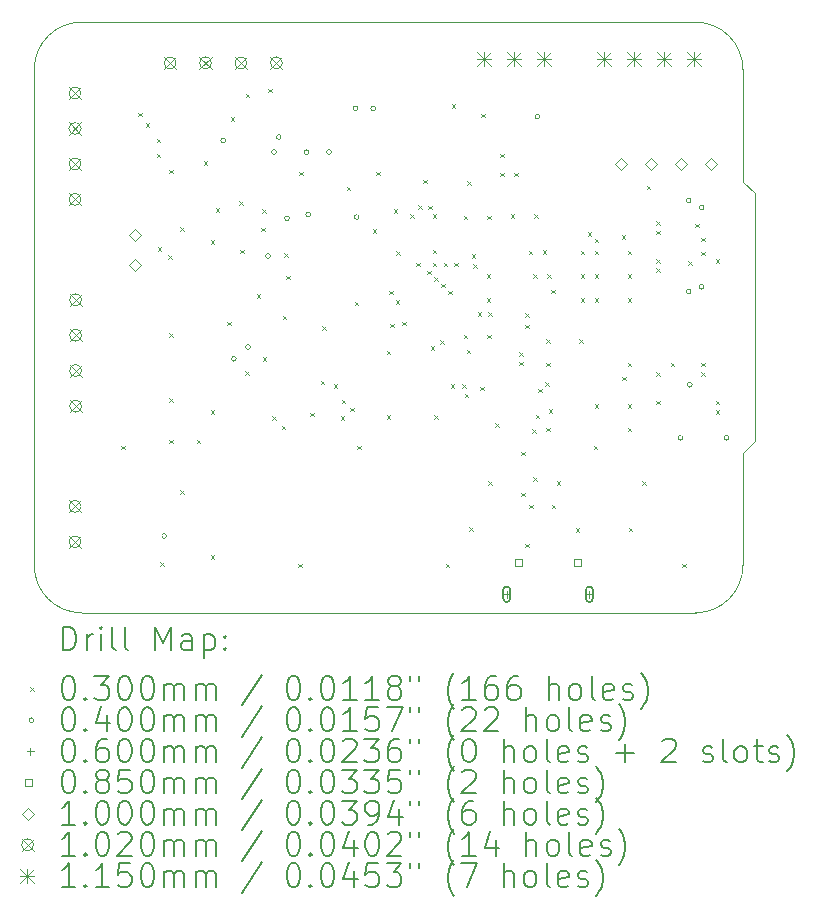
<source format=gbr>
%TF.GenerationSoftware,KiCad,Pcbnew,7.0.2*%
%TF.CreationDate,2023-11-21T14:40:06-06:00*%
%TF.ProjectId,LeaderSOM,4c656164-6572-4534-9f4d-2e6b69636164,rev?*%
%TF.SameCoordinates,Original*%
%TF.FileFunction,Drillmap*%
%TF.FilePolarity,Positive*%
%FSLAX45Y45*%
G04 Gerber Fmt 4.5, Leading zero omitted, Abs format (unit mm)*
G04 Created by KiCad (PCBNEW 7.0.2) date 2023-11-21 14:40:06*
%MOMM*%
%LPD*%
G01*
G04 APERTURE LIST*
%ADD10C,0.100000*%
%ADD11C,0.200000*%
%ADD12C,0.030000*%
%ADD13C,0.040000*%
%ADD14C,0.060000*%
%ADD15C,0.085000*%
%ADD16C,0.102000*%
%ADD17C,0.115000*%
G04 APERTURE END LIST*
D10*
X15100000Y-6350000D02*
X15100000Y-8450000D01*
X9400000Y-9900000D02*
X14600000Y-9900000D01*
X15000000Y-6250000D02*
X15100000Y-6350000D01*
X15000000Y-5300000D02*
G75*
G03*
X14600000Y-4900000I-400000J0D01*
G01*
X15000000Y-5300000D02*
X15000000Y-6250000D01*
X14600000Y-9900000D02*
G75*
G03*
X15000000Y-9500000I0J400000D01*
G01*
X15100000Y-8450000D02*
X15000000Y-8550000D01*
X15000000Y-8550000D02*
X15000000Y-9500000D01*
X9400000Y-4900000D02*
G75*
G03*
X9000000Y-5300000I0J-400000D01*
G01*
X9000000Y-5300000D02*
X9000000Y-9500000D01*
X9000000Y-9500000D02*
G75*
G03*
X9400000Y-9900000I400000J0D01*
G01*
X9400000Y-4900000D02*
X14600000Y-4900000D01*
D11*
D12*
X9735000Y-8485000D02*
X9765000Y-8515000D01*
X9765000Y-8485000D02*
X9735000Y-8515000D01*
X9880000Y-5665000D02*
X9910000Y-5695000D01*
X9910000Y-5665000D02*
X9880000Y-5695000D01*
X9945000Y-5755000D02*
X9975000Y-5785000D01*
X9975000Y-5755000D02*
X9945000Y-5785000D01*
X10035000Y-5885000D02*
X10065000Y-5915000D01*
X10065000Y-5885000D02*
X10035000Y-5915000D01*
X10035000Y-6015000D02*
X10065000Y-6045000D01*
X10065000Y-6015000D02*
X10035000Y-6045000D01*
X10045000Y-6805000D02*
X10075000Y-6835000D01*
X10075000Y-6805000D02*
X10045000Y-6835000D01*
X10067500Y-9472500D02*
X10097500Y-9502500D01*
X10097500Y-9472500D02*
X10067500Y-9502500D01*
X10135000Y-6875000D02*
X10165000Y-6905000D01*
X10165000Y-6875000D02*
X10135000Y-6905000D01*
X10141250Y-6149950D02*
X10171250Y-6179950D01*
X10171250Y-6149950D02*
X10141250Y-6179950D01*
X10143750Y-7535000D02*
X10173750Y-7565000D01*
X10173750Y-7535000D02*
X10143750Y-7565000D01*
X10145000Y-8085000D02*
X10175000Y-8115000D01*
X10175000Y-8085000D02*
X10145000Y-8115000D01*
X10145000Y-8435000D02*
X10175000Y-8465000D01*
X10175000Y-8435000D02*
X10145000Y-8465000D01*
X10235000Y-6635000D02*
X10265000Y-6665000D01*
X10265000Y-6635000D02*
X10235000Y-6665000D01*
X10235000Y-8865000D02*
X10265000Y-8895000D01*
X10265000Y-8865000D02*
X10235000Y-8895000D01*
X10375000Y-8435000D02*
X10405000Y-8465000D01*
X10405000Y-8435000D02*
X10375000Y-8465000D01*
X10435000Y-6075000D02*
X10465000Y-6105000D01*
X10465000Y-6075000D02*
X10435000Y-6105000D01*
X10495000Y-6745000D02*
X10525000Y-6775000D01*
X10525000Y-6745000D02*
X10495000Y-6775000D01*
X10495000Y-8185000D02*
X10525000Y-8215000D01*
X10525000Y-8185000D02*
X10495000Y-8215000D01*
X10495000Y-9415000D02*
X10525000Y-9445000D01*
X10525000Y-9415000D02*
X10495000Y-9445000D01*
X10535000Y-6475000D02*
X10565000Y-6505000D01*
X10565000Y-6475000D02*
X10535000Y-6505000D01*
X10635000Y-7435000D02*
X10665000Y-7465000D01*
X10665000Y-7435000D02*
X10635000Y-7465000D01*
X10665000Y-5705000D02*
X10695000Y-5735000D01*
X10695000Y-5705000D02*
X10665000Y-5735000D01*
X10735000Y-6415000D02*
X10765000Y-6445000D01*
X10765000Y-6415000D02*
X10735000Y-6445000D01*
X10745000Y-6825000D02*
X10775000Y-6855000D01*
X10775000Y-6825000D02*
X10745000Y-6855000D01*
X10785000Y-7855000D02*
X10815000Y-7885000D01*
X10815000Y-7855000D02*
X10785000Y-7885000D01*
X10790000Y-5505000D02*
X10820000Y-5535000D01*
X10820000Y-5505000D02*
X10790000Y-5535000D01*
X10882500Y-7205000D02*
X10912500Y-7235000D01*
X10912500Y-7205000D02*
X10882500Y-7235000D01*
X10921250Y-6639950D02*
X10951250Y-6669950D01*
X10951250Y-6639950D02*
X10921250Y-6669950D01*
X10930000Y-6485000D02*
X10960000Y-6515000D01*
X10960000Y-6485000D02*
X10930000Y-6515000D01*
X10935000Y-7735000D02*
X10965000Y-7765000D01*
X10965000Y-7735000D02*
X10935000Y-7765000D01*
X10980000Y-5465000D02*
X11010000Y-5495000D01*
X11010000Y-5465000D02*
X10980000Y-5495000D01*
X11015000Y-8235000D02*
X11045000Y-8265000D01*
X11045000Y-8235000D02*
X11015000Y-8265000D01*
X11095000Y-8315000D02*
X11125000Y-8345000D01*
X11125000Y-8315000D02*
X11095000Y-8345000D01*
X11105000Y-7385000D02*
X11135000Y-7415000D01*
X11135000Y-7385000D02*
X11105000Y-7415000D01*
X11115000Y-6855000D02*
X11145000Y-6885000D01*
X11145000Y-6855000D02*
X11115000Y-6885000D01*
X11135000Y-7045000D02*
X11165000Y-7075000D01*
X11165000Y-7045000D02*
X11135000Y-7075000D01*
X11235000Y-9485000D02*
X11265000Y-9515000D01*
X11265000Y-9485000D02*
X11235000Y-9515000D01*
X11245000Y-6165000D02*
X11275000Y-6195000D01*
X11275000Y-6165000D02*
X11245000Y-6195000D01*
X11335000Y-8205000D02*
X11365000Y-8235000D01*
X11365000Y-8205000D02*
X11335000Y-8235000D01*
X11425000Y-7935000D02*
X11455000Y-7965000D01*
X11455000Y-7935000D02*
X11425000Y-7965000D01*
X11436467Y-7472302D02*
X11466467Y-7502302D01*
X11466467Y-7472302D02*
X11436467Y-7502302D01*
X11535000Y-7965000D02*
X11565000Y-7995000D01*
X11565000Y-7965000D02*
X11535000Y-7995000D01*
X11595000Y-8235000D02*
X11625000Y-8265000D01*
X11625000Y-8235000D02*
X11595000Y-8265000D01*
X11605000Y-8095000D02*
X11635000Y-8125000D01*
X11635000Y-8095000D02*
X11605000Y-8125000D01*
X11645000Y-6295000D02*
X11675000Y-6325000D01*
X11675000Y-6295000D02*
X11645000Y-6325000D01*
X11675000Y-8165000D02*
X11705000Y-8195000D01*
X11705000Y-8165000D02*
X11675000Y-8195000D01*
X11715000Y-7265000D02*
X11745000Y-7295000D01*
X11745000Y-7265000D02*
X11715000Y-7295000D01*
X11735000Y-8485000D02*
X11765000Y-8515000D01*
X11765000Y-8485000D02*
X11735000Y-8515000D01*
X11865000Y-6655000D02*
X11895000Y-6685000D01*
X11895000Y-6655000D02*
X11865000Y-6685000D01*
X11895000Y-6165000D02*
X11925000Y-6195000D01*
X11925000Y-6165000D02*
X11895000Y-6195000D01*
X11985000Y-7680000D02*
X12015000Y-7710000D01*
X12015000Y-7680000D02*
X11985000Y-7710000D01*
X11985000Y-8230000D02*
X12015000Y-8260000D01*
X12015000Y-8230000D02*
X11985000Y-8260000D01*
X12005000Y-7175000D02*
X12035000Y-7205000D01*
X12035000Y-7175000D02*
X12005000Y-7205000D01*
X12015000Y-7455000D02*
X12045000Y-7485000D01*
X12045000Y-7455000D02*
X12015000Y-7485000D01*
X12045000Y-6485000D02*
X12075000Y-6515000D01*
X12075000Y-6485000D02*
X12045000Y-6515000D01*
X12059908Y-7255193D02*
X12089908Y-7285193D01*
X12089908Y-7255193D02*
X12059908Y-7285193D01*
X12065000Y-6839152D02*
X12095000Y-6869152D01*
X12095000Y-6839152D02*
X12065000Y-6869152D01*
X12115000Y-7435000D02*
X12145000Y-7465000D01*
X12145000Y-7435000D02*
X12115000Y-7465000D01*
X12185000Y-6525000D02*
X12215000Y-6555000D01*
X12215000Y-6525000D02*
X12185000Y-6555000D01*
X12235412Y-6934889D02*
X12265412Y-6964889D01*
X12265412Y-6934889D02*
X12235412Y-6964889D01*
X12250000Y-6450000D02*
X12280000Y-6480000D01*
X12280000Y-6450000D02*
X12250000Y-6480000D01*
X12295000Y-6235000D02*
X12325000Y-6265000D01*
X12325000Y-6235000D02*
X12295000Y-6265000D01*
X12325000Y-7005000D02*
X12355000Y-7035000D01*
X12355000Y-7005000D02*
X12325000Y-7035000D01*
X12335000Y-6455000D02*
X12365000Y-6485000D01*
X12365000Y-6455000D02*
X12335000Y-6485000D01*
X12355000Y-7645000D02*
X12385000Y-7675000D01*
X12385000Y-7645000D02*
X12355000Y-7675000D01*
X12375000Y-6525000D02*
X12405000Y-6555000D01*
X12405000Y-6525000D02*
X12375000Y-6555000D01*
X12375000Y-6825000D02*
X12405000Y-6855000D01*
X12405000Y-6825000D02*
X12375000Y-6855000D01*
X12375000Y-6935000D02*
X12405000Y-6965000D01*
X12405000Y-6935000D02*
X12375000Y-6965000D01*
X12385000Y-7060050D02*
X12415000Y-7090050D01*
X12415000Y-7060050D02*
X12385000Y-7090050D01*
X12385000Y-8230000D02*
X12415000Y-8260000D01*
X12415000Y-8230000D02*
X12385000Y-8260000D01*
X12435000Y-7595000D02*
X12465000Y-7625000D01*
X12465000Y-7595000D02*
X12435000Y-7625000D01*
X12445000Y-7115000D02*
X12475000Y-7145000D01*
X12475000Y-7115000D02*
X12445000Y-7145000D01*
X12465000Y-6935000D02*
X12495000Y-6965000D01*
X12495000Y-6935000D02*
X12465000Y-6965000D01*
X12485000Y-9485000D02*
X12515000Y-9515000D01*
X12515000Y-9485000D02*
X12485000Y-9515000D01*
X12505000Y-7175000D02*
X12535000Y-7205000D01*
X12535000Y-7175000D02*
X12505000Y-7205000D01*
X12525000Y-7965000D02*
X12555000Y-7995000D01*
X12555000Y-7965000D02*
X12525000Y-7995000D01*
X12535000Y-5595000D02*
X12565000Y-5625000D01*
X12565000Y-5595000D02*
X12535000Y-5625000D01*
X12555000Y-6935000D02*
X12585000Y-6965000D01*
X12585000Y-6935000D02*
X12555000Y-6965000D01*
X12625000Y-7965000D02*
X12655000Y-7995000D01*
X12655000Y-7965000D02*
X12625000Y-7995000D01*
X12635000Y-6539950D02*
X12665000Y-6569950D01*
X12665000Y-6539950D02*
X12635000Y-6569950D01*
X12635000Y-7545000D02*
X12665000Y-7575000D01*
X12665000Y-7545000D02*
X12635000Y-7575000D01*
X12645000Y-8045000D02*
X12675000Y-8075000D01*
X12675000Y-8045000D02*
X12645000Y-8075000D01*
X12660000Y-7675000D02*
X12690000Y-7705000D01*
X12690000Y-7675000D02*
X12660000Y-7705000D01*
X12663900Y-6248500D02*
X12693900Y-6278500D01*
X12693900Y-6248500D02*
X12663900Y-6278500D01*
X12685000Y-9176250D02*
X12715000Y-9206250D01*
X12715000Y-9176250D02*
X12685000Y-9206250D01*
X12705000Y-6865000D02*
X12735000Y-6895000D01*
X12735000Y-6865000D02*
X12705000Y-6895000D01*
X12715000Y-6950050D02*
X12745000Y-6980050D01*
X12745000Y-6950050D02*
X12715000Y-6980050D01*
X12755000Y-7355000D02*
X12785000Y-7385000D01*
X12785000Y-7355000D02*
X12755000Y-7385000D01*
X12775000Y-7985000D02*
X12805000Y-8015000D01*
X12805000Y-7985000D02*
X12775000Y-8015000D01*
X12785000Y-5676250D02*
X12815000Y-5706250D01*
X12815000Y-5676250D02*
X12785000Y-5706250D01*
X12830000Y-7035000D02*
X12860000Y-7065000D01*
X12860000Y-7035000D02*
X12830000Y-7065000D01*
X12830000Y-7235000D02*
X12860000Y-7265000D01*
X12860000Y-7235000D02*
X12830000Y-7265000D01*
X12835000Y-6539950D02*
X12865000Y-6569950D01*
X12865000Y-6539950D02*
X12835000Y-6569950D01*
X12835000Y-7545000D02*
X12865000Y-7575000D01*
X12865000Y-7545000D02*
X12835000Y-7575000D01*
X12845000Y-7355000D02*
X12875000Y-7385000D01*
X12875000Y-7355000D02*
X12845000Y-7385000D01*
X12845000Y-8785000D02*
X12875000Y-8815000D01*
X12875000Y-8785000D02*
X12845000Y-8815000D01*
X12905000Y-8295000D02*
X12935000Y-8325000D01*
X12935000Y-8295000D02*
X12905000Y-8325000D01*
X12945000Y-6015000D02*
X12975000Y-6045000D01*
X12975000Y-6015000D02*
X12945000Y-6045000D01*
X12945000Y-6175000D02*
X12975000Y-6205000D01*
X12975000Y-6175000D02*
X12945000Y-6205000D01*
X13035000Y-6526250D02*
X13065000Y-6556250D01*
X13065000Y-6526250D02*
X13035000Y-6556250D01*
X13065000Y-6175000D02*
X13095000Y-6205000D01*
X13095000Y-6175000D02*
X13065000Y-6205000D01*
X13105000Y-7695000D02*
X13135000Y-7725000D01*
X13135000Y-7695000D02*
X13105000Y-7725000D01*
X13105000Y-7775000D02*
X13135000Y-7805000D01*
X13135000Y-7775000D02*
X13105000Y-7805000D01*
X13125000Y-8535000D02*
X13155000Y-8565000D01*
X13155000Y-8535000D02*
X13125000Y-8565000D01*
X13125000Y-8883856D02*
X13155000Y-8913856D01*
X13155000Y-8883856D02*
X13125000Y-8913856D01*
X13155000Y-7460000D02*
X13185000Y-7490000D01*
X13185000Y-7460000D02*
X13155000Y-7490000D01*
X13155000Y-9315000D02*
X13185000Y-9345000D01*
X13185000Y-9315000D02*
X13155000Y-9345000D01*
X13155271Y-7364865D02*
X13185271Y-7394865D01*
X13185271Y-7364865D02*
X13155271Y-7394865D01*
X13185000Y-6835000D02*
X13215000Y-6865000D01*
X13215000Y-6835000D02*
X13185000Y-6865000D01*
X13190000Y-8985000D02*
X13220000Y-9015000D01*
X13220000Y-8985000D02*
X13190000Y-9015000D01*
X13215000Y-8345000D02*
X13245000Y-8375000D01*
X13245000Y-8345000D02*
X13215000Y-8375000D01*
X13225000Y-7035000D02*
X13255000Y-7065000D01*
X13255000Y-7035000D02*
X13225000Y-7065000D01*
X13225000Y-8755000D02*
X13255000Y-8785000D01*
X13255000Y-8755000D02*
X13225000Y-8785000D01*
X13235000Y-6526250D02*
X13265000Y-6556250D01*
X13265000Y-6526250D02*
X13235000Y-6556250D01*
X13245000Y-8225000D02*
X13275000Y-8255000D01*
X13275000Y-8225000D02*
X13245000Y-8255000D01*
X13265000Y-8005000D02*
X13295000Y-8035000D01*
X13295000Y-8005000D02*
X13265000Y-8035000D01*
X13305000Y-6829950D02*
X13335000Y-6859950D01*
X13335000Y-6829950D02*
X13305000Y-6859950D01*
X13325000Y-7950050D02*
X13355000Y-7980050D01*
X13355000Y-7950050D02*
X13325000Y-7980050D01*
X13335000Y-7585000D02*
X13365000Y-7615000D01*
X13365000Y-7585000D02*
X13335000Y-7615000D01*
X13335000Y-7785000D02*
X13365000Y-7815000D01*
X13365000Y-7785000D02*
X13335000Y-7815000D01*
X13335000Y-8335000D02*
X13365000Y-8365000D01*
X13365000Y-8335000D02*
X13335000Y-8365000D01*
X13343750Y-7035000D02*
X13373750Y-7065000D01*
X13373750Y-7035000D02*
X13343750Y-7065000D01*
X13355000Y-8175000D02*
X13385000Y-8205000D01*
X13385000Y-8175000D02*
X13355000Y-8205000D01*
X13375461Y-7165000D02*
X13405461Y-7195000D01*
X13405461Y-7165000D02*
X13375461Y-7195000D01*
X13380000Y-8985000D02*
X13410000Y-9015000D01*
X13410000Y-8985000D02*
X13380000Y-9015000D01*
X13422500Y-8785000D02*
X13452500Y-8815000D01*
X13452500Y-8785000D02*
X13422500Y-8815000D01*
X13585000Y-9185000D02*
X13615000Y-9215000D01*
X13615000Y-9185000D02*
X13585000Y-9215000D01*
X13615000Y-7585000D02*
X13645000Y-7615000D01*
X13645000Y-7585000D02*
X13615000Y-7615000D01*
X13625000Y-6835000D02*
X13655000Y-6865000D01*
X13655000Y-6835000D02*
X13625000Y-6865000D01*
X13625000Y-7035000D02*
X13655000Y-7065000D01*
X13655000Y-7035000D02*
X13625000Y-7065000D01*
X13625000Y-7235000D02*
X13655000Y-7265000D01*
X13655000Y-7235000D02*
X13625000Y-7265000D01*
X13685000Y-6680050D02*
X13715000Y-6710050D01*
X13715000Y-6680050D02*
X13685000Y-6710050D01*
X13735000Y-8485000D02*
X13765000Y-8515000D01*
X13765000Y-8485000D02*
X13735000Y-8515000D01*
X13745000Y-6735000D02*
X13775000Y-6765000D01*
X13775000Y-6735000D02*
X13745000Y-6765000D01*
X13745000Y-6835000D02*
X13775000Y-6865000D01*
X13775000Y-6835000D02*
X13745000Y-6865000D01*
X13745000Y-7035000D02*
X13775000Y-7065000D01*
X13775000Y-7035000D02*
X13745000Y-7065000D01*
X13745000Y-7235000D02*
X13775000Y-7265000D01*
X13775000Y-7235000D02*
X13745000Y-7265000D01*
X13745000Y-8135000D02*
X13775000Y-8165000D01*
X13775000Y-8135000D02*
X13745000Y-8165000D01*
X13975000Y-6705000D02*
X14005000Y-6735000D01*
X14005000Y-6705000D02*
X13975000Y-6735000D01*
X13980000Y-7900000D02*
X14010000Y-7930000D01*
X14010000Y-7900000D02*
X13980000Y-7930000D01*
X14026250Y-6835000D02*
X14056250Y-6865000D01*
X14056250Y-6835000D02*
X14026250Y-6865000D01*
X14026250Y-7035000D02*
X14056250Y-7065000D01*
X14056250Y-7035000D02*
X14026250Y-7065000D01*
X14026250Y-7235000D02*
X14056250Y-7265000D01*
X14056250Y-7235000D02*
X14026250Y-7265000D01*
X14026250Y-7785000D02*
X14056250Y-7815000D01*
X14056250Y-7785000D02*
X14026250Y-7815000D01*
X14026250Y-8135000D02*
X14056250Y-8165000D01*
X14056250Y-8135000D02*
X14026250Y-8165000D01*
X14026250Y-8335000D02*
X14056250Y-8365000D01*
X14056250Y-8335000D02*
X14026250Y-8365000D01*
X14035000Y-9180000D02*
X14065000Y-9210000D01*
X14065000Y-9180000D02*
X14035000Y-9210000D01*
X14147500Y-8785000D02*
X14177500Y-8815000D01*
X14177500Y-8785000D02*
X14147500Y-8815000D01*
X14185000Y-6285000D02*
X14215000Y-6315000D01*
X14215000Y-6285000D02*
X14185000Y-6315000D01*
X14265000Y-6585000D02*
X14295000Y-6615000D01*
X14295000Y-6585000D02*
X14265000Y-6615000D01*
X14265000Y-6665000D02*
X14295000Y-6695000D01*
X14295000Y-6665000D02*
X14265000Y-6695000D01*
X14265000Y-6905000D02*
X14295000Y-6935000D01*
X14295000Y-6905000D02*
X14265000Y-6935000D01*
X14265000Y-6985000D02*
X14295000Y-7015000D01*
X14295000Y-6985000D02*
X14265000Y-7015000D01*
X14265000Y-7865000D02*
X14295000Y-7895000D01*
X14295000Y-7865000D02*
X14265000Y-7895000D01*
X14265000Y-8105000D02*
X14295000Y-8135000D01*
X14295000Y-8105000D02*
X14265000Y-8135000D01*
X14390000Y-7785000D02*
X14420000Y-7815000D01*
X14420000Y-7785000D02*
X14390000Y-7815000D01*
X14485000Y-9485000D02*
X14515000Y-9515000D01*
X14515000Y-9485000D02*
X14485000Y-9515000D01*
X14535000Y-6925000D02*
X14565000Y-6955000D01*
X14565000Y-6925000D02*
X14535000Y-6955000D01*
X14595000Y-6605000D02*
X14625000Y-6635000D01*
X14625000Y-6605000D02*
X14595000Y-6635000D01*
X14645000Y-6725000D02*
X14675000Y-6755000D01*
X14675000Y-6725000D02*
X14645000Y-6755000D01*
X14645000Y-6845000D02*
X14675000Y-6875000D01*
X14675000Y-6845000D02*
X14645000Y-6875000D01*
X14645000Y-7785000D02*
X14675000Y-7815000D01*
X14675000Y-7785000D02*
X14645000Y-7815000D01*
X14645000Y-7865000D02*
X14675000Y-7895000D01*
X14675000Y-7865000D02*
X14645000Y-7895000D01*
X14770000Y-6905000D02*
X14800000Y-6935000D01*
X14800000Y-6905000D02*
X14770000Y-6935000D01*
X14770000Y-8105000D02*
X14800000Y-8135000D01*
X14800000Y-8105000D02*
X14770000Y-8135000D01*
X14770000Y-8185000D02*
X14800000Y-8215000D01*
X14800000Y-8185000D02*
X14770000Y-8215000D01*
D13*
X10120000Y-9250000D02*
G75*
G03*
X10120000Y-9250000I-20000J0D01*
G01*
X10620000Y-5900000D02*
G75*
G03*
X10620000Y-5900000I-20000J0D01*
G01*
X10710000Y-7750000D02*
G75*
G03*
X10710000Y-7750000I-20000J0D01*
G01*
X10830000Y-7650000D02*
G75*
G03*
X10830000Y-7650000I-20000J0D01*
G01*
X11000000Y-6880000D02*
G75*
G03*
X11000000Y-6880000I-20000J0D01*
G01*
X11050000Y-6000000D02*
G75*
G03*
X11050000Y-6000000I-20000J0D01*
G01*
X11090000Y-5872500D02*
G75*
G03*
X11090000Y-5872500I-20000J0D01*
G01*
X11160000Y-6560000D02*
G75*
G03*
X11160000Y-6560000I-20000J0D01*
G01*
X11325000Y-6000000D02*
G75*
G03*
X11325000Y-6000000I-20000J0D01*
G01*
X11340000Y-6530000D02*
G75*
G03*
X11340000Y-6530000I-20000J0D01*
G01*
X11515000Y-6000000D02*
G75*
G03*
X11515000Y-6000000I-20000J0D01*
G01*
X11740000Y-5629950D02*
G75*
G03*
X11740000Y-5629950I-20000J0D01*
G01*
X11750000Y-6550000D02*
G75*
G03*
X11750000Y-6550000I-20000J0D01*
G01*
X11890000Y-5630000D02*
G75*
G03*
X11890000Y-5630000I-20000J0D01*
G01*
X13280000Y-5700000D02*
G75*
G03*
X13280000Y-5700000I-20000J0D01*
G01*
X14490000Y-8420000D02*
G75*
G03*
X14490000Y-8420000I-20000J0D01*
G01*
X14560000Y-6410000D02*
G75*
G03*
X14560000Y-6410000I-20000J0D01*
G01*
X14560000Y-7180000D02*
G75*
G03*
X14560000Y-7180000I-20000J0D01*
G01*
X14570000Y-7970000D02*
G75*
G03*
X14570000Y-7970000I-20000J0D01*
G01*
X14670000Y-6470000D02*
G75*
G03*
X14670000Y-6470000I-20000J0D01*
G01*
X14670000Y-7140000D02*
G75*
G03*
X14670000Y-7140000I-20000J0D01*
G01*
X14880000Y-8420000D02*
G75*
G03*
X14880000Y-8420000I-20000J0D01*
G01*
D14*
X13000000Y-9713750D02*
X13000000Y-9773750D01*
X12970000Y-9743750D02*
X13030000Y-9743750D01*
D11*
X13030000Y-9778750D02*
X13030000Y-9708750D01*
X13030000Y-9708750D02*
G75*
G03*
X12970000Y-9708750I-30000J0D01*
G01*
X12970000Y-9708750D02*
X12970000Y-9778750D01*
X12970000Y-9778750D02*
G75*
G03*
X13030000Y-9778750I30000J0D01*
G01*
D14*
X13700000Y-9713750D02*
X13700000Y-9773750D01*
X13670000Y-9743750D02*
X13730000Y-9743750D01*
D11*
X13670000Y-9708750D02*
X13670000Y-9778750D01*
X13670000Y-9778750D02*
G75*
G03*
X13730000Y-9778750I30000J0D01*
G01*
X13730000Y-9778750D02*
X13730000Y-9708750D01*
X13730000Y-9708750D02*
G75*
G03*
X13670000Y-9708750I-30000J0D01*
G01*
D15*
X13130052Y-9503802D02*
X13130052Y-9443698D01*
X13069948Y-9443698D01*
X13069948Y-9503802D01*
X13130052Y-9503802D01*
X13630052Y-9503802D02*
X13630052Y-9443698D01*
X13569948Y-9443698D01*
X13569948Y-9503802D01*
X13630052Y-9503802D01*
D10*
X9850000Y-6748500D02*
X9900000Y-6698500D01*
X9850000Y-6648500D01*
X9800000Y-6698500D01*
X9850000Y-6748500D01*
X9850000Y-7002500D02*
X9900000Y-6952500D01*
X9850000Y-6902500D01*
X9800000Y-6952500D01*
X9850000Y-7002500D01*
X13970000Y-6150000D02*
X14020000Y-6100000D01*
X13970000Y-6050000D01*
X13920000Y-6100000D01*
X13970000Y-6150000D01*
X14224000Y-6150000D02*
X14274000Y-6100000D01*
X14224000Y-6050000D01*
X14174000Y-6100000D01*
X14224000Y-6150000D01*
X14478000Y-6150000D02*
X14528000Y-6100000D01*
X14478000Y-6050000D01*
X14428000Y-6100000D01*
X14478000Y-6150000D01*
X14732000Y-6150000D02*
X14782000Y-6100000D01*
X14732000Y-6050000D01*
X14682000Y-6100000D01*
X14732000Y-6150000D01*
D16*
X9294000Y-5449000D02*
X9396000Y-5551000D01*
X9396000Y-5449000D02*
X9294000Y-5551000D01*
X9396000Y-5500000D02*
G75*
G03*
X9396000Y-5500000I-51000J0D01*
G01*
X9294000Y-5749000D02*
X9396000Y-5851000D01*
X9396000Y-5749000D02*
X9294000Y-5851000D01*
X9396000Y-5800000D02*
G75*
G03*
X9396000Y-5800000I-51000J0D01*
G01*
X9294000Y-6049000D02*
X9396000Y-6151000D01*
X9396000Y-6049000D02*
X9294000Y-6151000D01*
X9396000Y-6100000D02*
G75*
G03*
X9396000Y-6100000I-51000J0D01*
G01*
X9294000Y-6349000D02*
X9396000Y-6451000D01*
X9396000Y-6349000D02*
X9294000Y-6451000D01*
X9396000Y-6400000D02*
G75*
G03*
X9396000Y-6400000I-51000J0D01*
G01*
X9294000Y-8949000D02*
X9396000Y-9051000D01*
X9396000Y-8949000D02*
X9294000Y-9051000D01*
X9396000Y-9000000D02*
G75*
G03*
X9396000Y-9000000I-51000J0D01*
G01*
X9294000Y-9249000D02*
X9396000Y-9351000D01*
X9396000Y-9249000D02*
X9294000Y-9351000D01*
X9396000Y-9300000D02*
G75*
G03*
X9396000Y-9300000I-51000J0D01*
G01*
X9299000Y-7199000D02*
X9401000Y-7301000D01*
X9401000Y-7199000D02*
X9299000Y-7301000D01*
X9401000Y-7250000D02*
G75*
G03*
X9401000Y-7250000I-51000J0D01*
G01*
X9299000Y-7499000D02*
X9401000Y-7601000D01*
X9401000Y-7499000D02*
X9299000Y-7601000D01*
X9401000Y-7550000D02*
G75*
G03*
X9401000Y-7550000I-51000J0D01*
G01*
X9299000Y-7799000D02*
X9401000Y-7901000D01*
X9401000Y-7799000D02*
X9299000Y-7901000D01*
X9401000Y-7850000D02*
G75*
G03*
X9401000Y-7850000I-51000J0D01*
G01*
X9299000Y-8099000D02*
X9401000Y-8201000D01*
X9401000Y-8099000D02*
X9299000Y-8201000D01*
X9401000Y-8150000D02*
G75*
G03*
X9401000Y-8150000I-51000J0D01*
G01*
X10099000Y-5194000D02*
X10201000Y-5296000D01*
X10201000Y-5194000D02*
X10099000Y-5296000D01*
X10201000Y-5245000D02*
G75*
G03*
X10201000Y-5245000I-51000J0D01*
G01*
X10399000Y-5194000D02*
X10501000Y-5296000D01*
X10501000Y-5194000D02*
X10399000Y-5296000D01*
X10501000Y-5245000D02*
G75*
G03*
X10501000Y-5245000I-51000J0D01*
G01*
X10699000Y-5194000D02*
X10801000Y-5296000D01*
X10801000Y-5194000D02*
X10699000Y-5296000D01*
X10801000Y-5245000D02*
G75*
G03*
X10801000Y-5245000I-51000J0D01*
G01*
X10999000Y-5194000D02*
X11101000Y-5296000D01*
X11101000Y-5194000D02*
X10999000Y-5296000D01*
X11101000Y-5245000D02*
G75*
G03*
X11101000Y-5245000I-51000J0D01*
G01*
D17*
X12748000Y-5152500D02*
X12863000Y-5267500D01*
X12863000Y-5152500D02*
X12748000Y-5267500D01*
X12805500Y-5152500D02*
X12805500Y-5267500D01*
X12748000Y-5210000D02*
X12863000Y-5210000D01*
X13002000Y-5152500D02*
X13117000Y-5267500D01*
X13117000Y-5152500D02*
X13002000Y-5267500D01*
X13059500Y-5152500D02*
X13059500Y-5267500D01*
X13002000Y-5210000D02*
X13117000Y-5210000D01*
X13256000Y-5152500D02*
X13371000Y-5267500D01*
X13371000Y-5152500D02*
X13256000Y-5267500D01*
X13313500Y-5152500D02*
X13313500Y-5267500D01*
X13256000Y-5210000D02*
X13371000Y-5210000D01*
X13764000Y-5152500D02*
X13879000Y-5267500D01*
X13879000Y-5152500D02*
X13764000Y-5267500D01*
X13821500Y-5152500D02*
X13821500Y-5267500D01*
X13764000Y-5210000D02*
X13879000Y-5210000D01*
X14018000Y-5152500D02*
X14133000Y-5267500D01*
X14133000Y-5152500D02*
X14018000Y-5267500D01*
X14075500Y-5152500D02*
X14075500Y-5267500D01*
X14018000Y-5210000D02*
X14133000Y-5210000D01*
X14272000Y-5152500D02*
X14387000Y-5267500D01*
X14387000Y-5152500D02*
X14272000Y-5267500D01*
X14329500Y-5152500D02*
X14329500Y-5267500D01*
X14272000Y-5210000D02*
X14387000Y-5210000D01*
X14526000Y-5152500D02*
X14641000Y-5267500D01*
X14641000Y-5152500D02*
X14526000Y-5267500D01*
X14583500Y-5152500D02*
X14583500Y-5267500D01*
X14526000Y-5210000D02*
X14641000Y-5210000D01*
D11*
X9242619Y-10217524D02*
X9242619Y-10017524D01*
X9242619Y-10017524D02*
X9290238Y-10017524D01*
X9290238Y-10017524D02*
X9318810Y-10027048D01*
X9318810Y-10027048D02*
X9337857Y-10046095D01*
X9337857Y-10046095D02*
X9347381Y-10065143D01*
X9347381Y-10065143D02*
X9356905Y-10103238D01*
X9356905Y-10103238D02*
X9356905Y-10131810D01*
X9356905Y-10131810D02*
X9347381Y-10169905D01*
X9347381Y-10169905D02*
X9337857Y-10188952D01*
X9337857Y-10188952D02*
X9318810Y-10208000D01*
X9318810Y-10208000D02*
X9290238Y-10217524D01*
X9290238Y-10217524D02*
X9242619Y-10217524D01*
X9442619Y-10217524D02*
X9442619Y-10084190D01*
X9442619Y-10122286D02*
X9452143Y-10103238D01*
X9452143Y-10103238D02*
X9461667Y-10093714D01*
X9461667Y-10093714D02*
X9480714Y-10084190D01*
X9480714Y-10084190D02*
X9499762Y-10084190D01*
X9566429Y-10217524D02*
X9566429Y-10084190D01*
X9566429Y-10017524D02*
X9556905Y-10027048D01*
X9556905Y-10027048D02*
X9566429Y-10036571D01*
X9566429Y-10036571D02*
X9575952Y-10027048D01*
X9575952Y-10027048D02*
X9566429Y-10017524D01*
X9566429Y-10017524D02*
X9566429Y-10036571D01*
X9690238Y-10217524D02*
X9671190Y-10208000D01*
X9671190Y-10208000D02*
X9661667Y-10188952D01*
X9661667Y-10188952D02*
X9661667Y-10017524D01*
X9795000Y-10217524D02*
X9775952Y-10208000D01*
X9775952Y-10208000D02*
X9766429Y-10188952D01*
X9766429Y-10188952D02*
X9766429Y-10017524D01*
X10023571Y-10217524D02*
X10023571Y-10017524D01*
X10023571Y-10017524D02*
X10090238Y-10160381D01*
X10090238Y-10160381D02*
X10156905Y-10017524D01*
X10156905Y-10017524D02*
X10156905Y-10217524D01*
X10337857Y-10217524D02*
X10337857Y-10112762D01*
X10337857Y-10112762D02*
X10328333Y-10093714D01*
X10328333Y-10093714D02*
X10309286Y-10084190D01*
X10309286Y-10084190D02*
X10271190Y-10084190D01*
X10271190Y-10084190D02*
X10252143Y-10093714D01*
X10337857Y-10208000D02*
X10318810Y-10217524D01*
X10318810Y-10217524D02*
X10271190Y-10217524D01*
X10271190Y-10217524D02*
X10252143Y-10208000D01*
X10252143Y-10208000D02*
X10242619Y-10188952D01*
X10242619Y-10188952D02*
X10242619Y-10169905D01*
X10242619Y-10169905D02*
X10252143Y-10150857D01*
X10252143Y-10150857D02*
X10271190Y-10141333D01*
X10271190Y-10141333D02*
X10318810Y-10141333D01*
X10318810Y-10141333D02*
X10337857Y-10131810D01*
X10433095Y-10084190D02*
X10433095Y-10284190D01*
X10433095Y-10093714D02*
X10452143Y-10084190D01*
X10452143Y-10084190D02*
X10490238Y-10084190D01*
X10490238Y-10084190D02*
X10509286Y-10093714D01*
X10509286Y-10093714D02*
X10518810Y-10103238D01*
X10518810Y-10103238D02*
X10528333Y-10122286D01*
X10528333Y-10122286D02*
X10528333Y-10179429D01*
X10528333Y-10179429D02*
X10518810Y-10198476D01*
X10518810Y-10198476D02*
X10509286Y-10208000D01*
X10509286Y-10208000D02*
X10490238Y-10217524D01*
X10490238Y-10217524D02*
X10452143Y-10217524D01*
X10452143Y-10217524D02*
X10433095Y-10208000D01*
X10614048Y-10198476D02*
X10623571Y-10208000D01*
X10623571Y-10208000D02*
X10614048Y-10217524D01*
X10614048Y-10217524D02*
X10604524Y-10208000D01*
X10604524Y-10208000D02*
X10614048Y-10198476D01*
X10614048Y-10198476D02*
X10614048Y-10217524D01*
X10614048Y-10093714D02*
X10623571Y-10103238D01*
X10623571Y-10103238D02*
X10614048Y-10112762D01*
X10614048Y-10112762D02*
X10604524Y-10103238D01*
X10604524Y-10103238D02*
X10614048Y-10093714D01*
X10614048Y-10093714D02*
X10614048Y-10112762D01*
D12*
X8965000Y-10530000D02*
X8995000Y-10560000D01*
X8995000Y-10530000D02*
X8965000Y-10560000D01*
D11*
X9280714Y-10437524D02*
X9299762Y-10437524D01*
X9299762Y-10437524D02*
X9318810Y-10447048D01*
X9318810Y-10447048D02*
X9328333Y-10456571D01*
X9328333Y-10456571D02*
X9337857Y-10475619D01*
X9337857Y-10475619D02*
X9347381Y-10513714D01*
X9347381Y-10513714D02*
X9347381Y-10561333D01*
X9347381Y-10561333D02*
X9337857Y-10599429D01*
X9337857Y-10599429D02*
X9328333Y-10618476D01*
X9328333Y-10618476D02*
X9318810Y-10628000D01*
X9318810Y-10628000D02*
X9299762Y-10637524D01*
X9299762Y-10637524D02*
X9280714Y-10637524D01*
X9280714Y-10637524D02*
X9261667Y-10628000D01*
X9261667Y-10628000D02*
X9252143Y-10618476D01*
X9252143Y-10618476D02*
X9242619Y-10599429D01*
X9242619Y-10599429D02*
X9233095Y-10561333D01*
X9233095Y-10561333D02*
X9233095Y-10513714D01*
X9233095Y-10513714D02*
X9242619Y-10475619D01*
X9242619Y-10475619D02*
X9252143Y-10456571D01*
X9252143Y-10456571D02*
X9261667Y-10447048D01*
X9261667Y-10447048D02*
X9280714Y-10437524D01*
X9433095Y-10618476D02*
X9442619Y-10628000D01*
X9442619Y-10628000D02*
X9433095Y-10637524D01*
X9433095Y-10637524D02*
X9423571Y-10628000D01*
X9423571Y-10628000D02*
X9433095Y-10618476D01*
X9433095Y-10618476D02*
X9433095Y-10637524D01*
X9509286Y-10437524D02*
X9633095Y-10437524D01*
X9633095Y-10437524D02*
X9566429Y-10513714D01*
X9566429Y-10513714D02*
X9595000Y-10513714D01*
X9595000Y-10513714D02*
X9614048Y-10523238D01*
X9614048Y-10523238D02*
X9623571Y-10532762D01*
X9623571Y-10532762D02*
X9633095Y-10551810D01*
X9633095Y-10551810D02*
X9633095Y-10599429D01*
X9633095Y-10599429D02*
X9623571Y-10618476D01*
X9623571Y-10618476D02*
X9614048Y-10628000D01*
X9614048Y-10628000D02*
X9595000Y-10637524D01*
X9595000Y-10637524D02*
X9537857Y-10637524D01*
X9537857Y-10637524D02*
X9518810Y-10628000D01*
X9518810Y-10628000D02*
X9509286Y-10618476D01*
X9756905Y-10437524D02*
X9775952Y-10437524D01*
X9775952Y-10437524D02*
X9795000Y-10447048D01*
X9795000Y-10447048D02*
X9804524Y-10456571D01*
X9804524Y-10456571D02*
X9814048Y-10475619D01*
X9814048Y-10475619D02*
X9823571Y-10513714D01*
X9823571Y-10513714D02*
X9823571Y-10561333D01*
X9823571Y-10561333D02*
X9814048Y-10599429D01*
X9814048Y-10599429D02*
X9804524Y-10618476D01*
X9804524Y-10618476D02*
X9795000Y-10628000D01*
X9795000Y-10628000D02*
X9775952Y-10637524D01*
X9775952Y-10637524D02*
X9756905Y-10637524D01*
X9756905Y-10637524D02*
X9737857Y-10628000D01*
X9737857Y-10628000D02*
X9728333Y-10618476D01*
X9728333Y-10618476D02*
X9718810Y-10599429D01*
X9718810Y-10599429D02*
X9709286Y-10561333D01*
X9709286Y-10561333D02*
X9709286Y-10513714D01*
X9709286Y-10513714D02*
X9718810Y-10475619D01*
X9718810Y-10475619D02*
X9728333Y-10456571D01*
X9728333Y-10456571D02*
X9737857Y-10447048D01*
X9737857Y-10447048D02*
X9756905Y-10437524D01*
X9947381Y-10437524D02*
X9966429Y-10437524D01*
X9966429Y-10437524D02*
X9985476Y-10447048D01*
X9985476Y-10447048D02*
X9995000Y-10456571D01*
X9995000Y-10456571D02*
X10004524Y-10475619D01*
X10004524Y-10475619D02*
X10014048Y-10513714D01*
X10014048Y-10513714D02*
X10014048Y-10561333D01*
X10014048Y-10561333D02*
X10004524Y-10599429D01*
X10004524Y-10599429D02*
X9995000Y-10618476D01*
X9995000Y-10618476D02*
X9985476Y-10628000D01*
X9985476Y-10628000D02*
X9966429Y-10637524D01*
X9966429Y-10637524D02*
X9947381Y-10637524D01*
X9947381Y-10637524D02*
X9928333Y-10628000D01*
X9928333Y-10628000D02*
X9918810Y-10618476D01*
X9918810Y-10618476D02*
X9909286Y-10599429D01*
X9909286Y-10599429D02*
X9899762Y-10561333D01*
X9899762Y-10561333D02*
X9899762Y-10513714D01*
X9899762Y-10513714D02*
X9909286Y-10475619D01*
X9909286Y-10475619D02*
X9918810Y-10456571D01*
X9918810Y-10456571D02*
X9928333Y-10447048D01*
X9928333Y-10447048D02*
X9947381Y-10437524D01*
X10099762Y-10637524D02*
X10099762Y-10504190D01*
X10099762Y-10523238D02*
X10109286Y-10513714D01*
X10109286Y-10513714D02*
X10128333Y-10504190D01*
X10128333Y-10504190D02*
X10156905Y-10504190D01*
X10156905Y-10504190D02*
X10175952Y-10513714D01*
X10175952Y-10513714D02*
X10185476Y-10532762D01*
X10185476Y-10532762D02*
X10185476Y-10637524D01*
X10185476Y-10532762D02*
X10195000Y-10513714D01*
X10195000Y-10513714D02*
X10214048Y-10504190D01*
X10214048Y-10504190D02*
X10242619Y-10504190D01*
X10242619Y-10504190D02*
X10261667Y-10513714D01*
X10261667Y-10513714D02*
X10271191Y-10532762D01*
X10271191Y-10532762D02*
X10271191Y-10637524D01*
X10366429Y-10637524D02*
X10366429Y-10504190D01*
X10366429Y-10523238D02*
X10375952Y-10513714D01*
X10375952Y-10513714D02*
X10395000Y-10504190D01*
X10395000Y-10504190D02*
X10423572Y-10504190D01*
X10423572Y-10504190D02*
X10442619Y-10513714D01*
X10442619Y-10513714D02*
X10452143Y-10532762D01*
X10452143Y-10532762D02*
X10452143Y-10637524D01*
X10452143Y-10532762D02*
X10461667Y-10513714D01*
X10461667Y-10513714D02*
X10480714Y-10504190D01*
X10480714Y-10504190D02*
X10509286Y-10504190D01*
X10509286Y-10504190D02*
X10528333Y-10513714D01*
X10528333Y-10513714D02*
X10537857Y-10532762D01*
X10537857Y-10532762D02*
X10537857Y-10637524D01*
X10928333Y-10428000D02*
X10756905Y-10685143D01*
X11185476Y-10437524D02*
X11204524Y-10437524D01*
X11204524Y-10437524D02*
X11223572Y-10447048D01*
X11223572Y-10447048D02*
X11233095Y-10456571D01*
X11233095Y-10456571D02*
X11242619Y-10475619D01*
X11242619Y-10475619D02*
X11252143Y-10513714D01*
X11252143Y-10513714D02*
X11252143Y-10561333D01*
X11252143Y-10561333D02*
X11242619Y-10599429D01*
X11242619Y-10599429D02*
X11233095Y-10618476D01*
X11233095Y-10618476D02*
X11223572Y-10628000D01*
X11223572Y-10628000D02*
X11204524Y-10637524D01*
X11204524Y-10637524D02*
X11185476Y-10637524D01*
X11185476Y-10637524D02*
X11166429Y-10628000D01*
X11166429Y-10628000D02*
X11156905Y-10618476D01*
X11156905Y-10618476D02*
X11147381Y-10599429D01*
X11147381Y-10599429D02*
X11137857Y-10561333D01*
X11137857Y-10561333D02*
X11137857Y-10513714D01*
X11137857Y-10513714D02*
X11147381Y-10475619D01*
X11147381Y-10475619D02*
X11156905Y-10456571D01*
X11156905Y-10456571D02*
X11166429Y-10447048D01*
X11166429Y-10447048D02*
X11185476Y-10437524D01*
X11337857Y-10618476D02*
X11347381Y-10628000D01*
X11347381Y-10628000D02*
X11337857Y-10637524D01*
X11337857Y-10637524D02*
X11328333Y-10628000D01*
X11328333Y-10628000D02*
X11337857Y-10618476D01*
X11337857Y-10618476D02*
X11337857Y-10637524D01*
X11471191Y-10437524D02*
X11490238Y-10437524D01*
X11490238Y-10437524D02*
X11509286Y-10447048D01*
X11509286Y-10447048D02*
X11518810Y-10456571D01*
X11518810Y-10456571D02*
X11528333Y-10475619D01*
X11528333Y-10475619D02*
X11537857Y-10513714D01*
X11537857Y-10513714D02*
X11537857Y-10561333D01*
X11537857Y-10561333D02*
X11528333Y-10599429D01*
X11528333Y-10599429D02*
X11518810Y-10618476D01*
X11518810Y-10618476D02*
X11509286Y-10628000D01*
X11509286Y-10628000D02*
X11490238Y-10637524D01*
X11490238Y-10637524D02*
X11471191Y-10637524D01*
X11471191Y-10637524D02*
X11452143Y-10628000D01*
X11452143Y-10628000D02*
X11442619Y-10618476D01*
X11442619Y-10618476D02*
X11433095Y-10599429D01*
X11433095Y-10599429D02*
X11423572Y-10561333D01*
X11423572Y-10561333D02*
X11423572Y-10513714D01*
X11423572Y-10513714D02*
X11433095Y-10475619D01*
X11433095Y-10475619D02*
X11442619Y-10456571D01*
X11442619Y-10456571D02*
X11452143Y-10447048D01*
X11452143Y-10447048D02*
X11471191Y-10437524D01*
X11728333Y-10637524D02*
X11614048Y-10637524D01*
X11671191Y-10637524D02*
X11671191Y-10437524D01*
X11671191Y-10437524D02*
X11652143Y-10466095D01*
X11652143Y-10466095D02*
X11633095Y-10485143D01*
X11633095Y-10485143D02*
X11614048Y-10494667D01*
X11918810Y-10637524D02*
X11804524Y-10637524D01*
X11861667Y-10637524D02*
X11861667Y-10437524D01*
X11861667Y-10437524D02*
X11842619Y-10466095D01*
X11842619Y-10466095D02*
X11823572Y-10485143D01*
X11823572Y-10485143D02*
X11804524Y-10494667D01*
X12033095Y-10523238D02*
X12014048Y-10513714D01*
X12014048Y-10513714D02*
X12004524Y-10504190D01*
X12004524Y-10504190D02*
X11995000Y-10485143D01*
X11995000Y-10485143D02*
X11995000Y-10475619D01*
X11995000Y-10475619D02*
X12004524Y-10456571D01*
X12004524Y-10456571D02*
X12014048Y-10447048D01*
X12014048Y-10447048D02*
X12033095Y-10437524D01*
X12033095Y-10437524D02*
X12071191Y-10437524D01*
X12071191Y-10437524D02*
X12090238Y-10447048D01*
X12090238Y-10447048D02*
X12099762Y-10456571D01*
X12099762Y-10456571D02*
X12109286Y-10475619D01*
X12109286Y-10475619D02*
X12109286Y-10485143D01*
X12109286Y-10485143D02*
X12099762Y-10504190D01*
X12099762Y-10504190D02*
X12090238Y-10513714D01*
X12090238Y-10513714D02*
X12071191Y-10523238D01*
X12071191Y-10523238D02*
X12033095Y-10523238D01*
X12033095Y-10523238D02*
X12014048Y-10532762D01*
X12014048Y-10532762D02*
X12004524Y-10542286D01*
X12004524Y-10542286D02*
X11995000Y-10561333D01*
X11995000Y-10561333D02*
X11995000Y-10599429D01*
X11995000Y-10599429D02*
X12004524Y-10618476D01*
X12004524Y-10618476D02*
X12014048Y-10628000D01*
X12014048Y-10628000D02*
X12033095Y-10637524D01*
X12033095Y-10637524D02*
X12071191Y-10637524D01*
X12071191Y-10637524D02*
X12090238Y-10628000D01*
X12090238Y-10628000D02*
X12099762Y-10618476D01*
X12099762Y-10618476D02*
X12109286Y-10599429D01*
X12109286Y-10599429D02*
X12109286Y-10561333D01*
X12109286Y-10561333D02*
X12099762Y-10542286D01*
X12099762Y-10542286D02*
X12090238Y-10532762D01*
X12090238Y-10532762D02*
X12071191Y-10523238D01*
X12185476Y-10437524D02*
X12185476Y-10475619D01*
X12261667Y-10437524D02*
X12261667Y-10475619D01*
X12556905Y-10713714D02*
X12547381Y-10704190D01*
X12547381Y-10704190D02*
X12528334Y-10675619D01*
X12528334Y-10675619D02*
X12518810Y-10656571D01*
X12518810Y-10656571D02*
X12509286Y-10628000D01*
X12509286Y-10628000D02*
X12499762Y-10580381D01*
X12499762Y-10580381D02*
X12499762Y-10542286D01*
X12499762Y-10542286D02*
X12509286Y-10494667D01*
X12509286Y-10494667D02*
X12518810Y-10466095D01*
X12518810Y-10466095D02*
X12528334Y-10447048D01*
X12528334Y-10447048D02*
X12547381Y-10418476D01*
X12547381Y-10418476D02*
X12556905Y-10408952D01*
X12737857Y-10637524D02*
X12623572Y-10637524D01*
X12680714Y-10637524D02*
X12680714Y-10437524D01*
X12680714Y-10437524D02*
X12661667Y-10466095D01*
X12661667Y-10466095D02*
X12642619Y-10485143D01*
X12642619Y-10485143D02*
X12623572Y-10494667D01*
X12909286Y-10437524D02*
X12871191Y-10437524D01*
X12871191Y-10437524D02*
X12852143Y-10447048D01*
X12852143Y-10447048D02*
X12842619Y-10456571D01*
X12842619Y-10456571D02*
X12823572Y-10485143D01*
X12823572Y-10485143D02*
X12814048Y-10523238D01*
X12814048Y-10523238D02*
X12814048Y-10599429D01*
X12814048Y-10599429D02*
X12823572Y-10618476D01*
X12823572Y-10618476D02*
X12833095Y-10628000D01*
X12833095Y-10628000D02*
X12852143Y-10637524D01*
X12852143Y-10637524D02*
X12890238Y-10637524D01*
X12890238Y-10637524D02*
X12909286Y-10628000D01*
X12909286Y-10628000D02*
X12918810Y-10618476D01*
X12918810Y-10618476D02*
X12928334Y-10599429D01*
X12928334Y-10599429D02*
X12928334Y-10551810D01*
X12928334Y-10551810D02*
X12918810Y-10532762D01*
X12918810Y-10532762D02*
X12909286Y-10523238D01*
X12909286Y-10523238D02*
X12890238Y-10513714D01*
X12890238Y-10513714D02*
X12852143Y-10513714D01*
X12852143Y-10513714D02*
X12833095Y-10523238D01*
X12833095Y-10523238D02*
X12823572Y-10532762D01*
X12823572Y-10532762D02*
X12814048Y-10551810D01*
X13099762Y-10437524D02*
X13061667Y-10437524D01*
X13061667Y-10437524D02*
X13042619Y-10447048D01*
X13042619Y-10447048D02*
X13033095Y-10456571D01*
X13033095Y-10456571D02*
X13014048Y-10485143D01*
X13014048Y-10485143D02*
X13004524Y-10523238D01*
X13004524Y-10523238D02*
X13004524Y-10599429D01*
X13004524Y-10599429D02*
X13014048Y-10618476D01*
X13014048Y-10618476D02*
X13023572Y-10628000D01*
X13023572Y-10628000D02*
X13042619Y-10637524D01*
X13042619Y-10637524D02*
X13080715Y-10637524D01*
X13080715Y-10637524D02*
X13099762Y-10628000D01*
X13099762Y-10628000D02*
X13109286Y-10618476D01*
X13109286Y-10618476D02*
X13118810Y-10599429D01*
X13118810Y-10599429D02*
X13118810Y-10551810D01*
X13118810Y-10551810D02*
X13109286Y-10532762D01*
X13109286Y-10532762D02*
X13099762Y-10523238D01*
X13099762Y-10523238D02*
X13080715Y-10513714D01*
X13080715Y-10513714D02*
X13042619Y-10513714D01*
X13042619Y-10513714D02*
X13023572Y-10523238D01*
X13023572Y-10523238D02*
X13014048Y-10532762D01*
X13014048Y-10532762D02*
X13004524Y-10551810D01*
X13356905Y-10637524D02*
X13356905Y-10437524D01*
X13442619Y-10637524D02*
X13442619Y-10532762D01*
X13442619Y-10532762D02*
X13433096Y-10513714D01*
X13433096Y-10513714D02*
X13414048Y-10504190D01*
X13414048Y-10504190D02*
X13385476Y-10504190D01*
X13385476Y-10504190D02*
X13366429Y-10513714D01*
X13366429Y-10513714D02*
X13356905Y-10523238D01*
X13566429Y-10637524D02*
X13547381Y-10628000D01*
X13547381Y-10628000D02*
X13537857Y-10618476D01*
X13537857Y-10618476D02*
X13528334Y-10599429D01*
X13528334Y-10599429D02*
X13528334Y-10542286D01*
X13528334Y-10542286D02*
X13537857Y-10523238D01*
X13537857Y-10523238D02*
X13547381Y-10513714D01*
X13547381Y-10513714D02*
X13566429Y-10504190D01*
X13566429Y-10504190D02*
X13595000Y-10504190D01*
X13595000Y-10504190D02*
X13614048Y-10513714D01*
X13614048Y-10513714D02*
X13623572Y-10523238D01*
X13623572Y-10523238D02*
X13633096Y-10542286D01*
X13633096Y-10542286D02*
X13633096Y-10599429D01*
X13633096Y-10599429D02*
X13623572Y-10618476D01*
X13623572Y-10618476D02*
X13614048Y-10628000D01*
X13614048Y-10628000D02*
X13595000Y-10637524D01*
X13595000Y-10637524D02*
X13566429Y-10637524D01*
X13747381Y-10637524D02*
X13728334Y-10628000D01*
X13728334Y-10628000D02*
X13718810Y-10608952D01*
X13718810Y-10608952D02*
X13718810Y-10437524D01*
X13899762Y-10628000D02*
X13880715Y-10637524D01*
X13880715Y-10637524D02*
X13842619Y-10637524D01*
X13842619Y-10637524D02*
X13823572Y-10628000D01*
X13823572Y-10628000D02*
X13814048Y-10608952D01*
X13814048Y-10608952D02*
X13814048Y-10532762D01*
X13814048Y-10532762D02*
X13823572Y-10513714D01*
X13823572Y-10513714D02*
X13842619Y-10504190D01*
X13842619Y-10504190D02*
X13880715Y-10504190D01*
X13880715Y-10504190D02*
X13899762Y-10513714D01*
X13899762Y-10513714D02*
X13909286Y-10532762D01*
X13909286Y-10532762D02*
X13909286Y-10551810D01*
X13909286Y-10551810D02*
X13814048Y-10570857D01*
X13985477Y-10628000D02*
X14004524Y-10637524D01*
X14004524Y-10637524D02*
X14042619Y-10637524D01*
X14042619Y-10637524D02*
X14061667Y-10628000D01*
X14061667Y-10628000D02*
X14071191Y-10608952D01*
X14071191Y-10608952D02*
X14071191Y-10599429D01*
X14071191Y-10599429D02*
X14061667Y-10580381D01*
X14061667Y-10580381D02*
X14042619Y-10570857D01*
X14042619Y-10570857D02*
X14014048Y-10570857D01*
X14014048Y-10570857D02*
X13995000Y-10561333D01*
X13995000Y-10561333D02*
X13985477Y-10542286D01*
X13985477Y-10542286D02*
X13985477Y-10532762D01*
X13985477Y-10532762D02*
X13995000Y-10513714D01*
X13995000Y-10513714D02*
X14014048Y-10504190D01*
X14014048Y-10504190D02*
X14042619Y-10504190D01*
X14042619Y-10504190D02*
X14061667Y-10513714D01*
X14137858Y-10713714D02*
X14147381Y-10704190D01*
X14147381Y-10704190D02*
X14166429Y-10675619D01*
X14166429Y-10675619D02*
X14175953Y-10656571D01*
X14175953Y-10656571D02*
X14185477Y-10628000D01*
X14185477Y-10628000D02*
X14195000Y-10580381D01*
X14195000Y-10580381D02*
X14195000Y-10542286D01*
X14195000Y-10542286D02*
X14185477Y-10494667D01*
X14185477Y-10494667D02*
X14175953Y-10466095D01*
X14175953Y-10466095D02*
X14166429Y-10447048D01*
X14166429Y-10447048D02*
X14147381Y-10418476D01*
X14147381Y-10418476D02*
X14137858Y-10408952D01*
D13*
X8995000Y-10809000D02*
G75*
G03*
X8995000Y-10809000I-20000J0D01*
G01*
D11*
X9280714Y-10701524D02*
X9299762Y-10701524D01*
X9299762Y-10701524D02*
X9318810Y-10711048D01*
X9318810Y-10711048D02*
X9328333Y-10720571D01*
X9328333Y-10720571D02*
X9337857Y-10739619D01*
X9337857Y-10739619D02*
X9347381Y-10777714D01*
X9347381Y-10777714D02*
X9347381Y-10825333D01*
X9347381Y-10825333D02*
X9337857Y-10863429D01*
X9337857Y-10863429D02*
X9328333Y-10882476D01*
X9328333Y-10882476D02*
X9318810Y-10892000D01*
X9318810Y-10892000D02*
X9299762Y-10901524D01*
X9299762Y-10901524D02*
X9280714Y-10901524D01*
X9280714Y-10901524D02*
X9261667Y-10892000D01*
X9261667Y-10892000D02*
X9252143Y-10882476D01*
X9252143Y-10882476D02*
X9242619Y-10863429D01*
X9242619Y-10863429D02*
X9233095Y-10825333D01*
X9233095Y-10825333D02*
X9233095Y-10777714D01*
X9233095Y-10777714D02*
X9242619Y-10739619D01*
X9242619Y-10739619D02*
X9252143Y-10720571D01*
X9252143Y-10720571D02*
X9261667Y-10711048D01*
X9261667Y-10711048D02*
X9280714Y-10701524D01*
X9433095Y-10882476D02*
X9442619Y-10892000D01*
X9442619Y-10892000D02*
X9433095Y-10901524D01*
X9433095Y-10901524D02*
X9423571Y-10892000D01*
X9423571Y-10892000D02*
X9433095Y-10882476D01*
X9433095Y-10882476D02*
X9433095Y-10901524D01*
X9614048Y-10768190D02*
X9614048Y-10901524D01*
X9566429Y-10692000D02*
X9518810Y-10834857D01*
X9518810Y-10834857D02*
X9642619Y-10834857D01*
X9756905Y-10701524D02*
X9775952Y-10701524D01*
X9775952Y-10701524D02*
X9795000Y-10711048D01*
X9795000Y-10711048D02*
X9804524Y-10720571D01*
X9804524Y-10720571D02*
X9814048Y-10739619D01*
X9814048Y-10739619D02*
X9823571Y-10777714D01*
X9823571Y-10777714D02*
X9823571Y-10825333D01*
X9823571Y-10825333D02*
X9814048Y-10863429D01*
X9814048Y-10863429D02*
X9804524Y-10882476D01*
X9804524Y-10882476D02*
X9795000Y-10892000D01*
X9795000Y-10892000D02*
X9775952Y-10901524D01*
X9775952Y-10901524D02*
X9756905Y-10901524D01*
X9756905Y-10901524D02*
X9737857Y-10892000D01*
X9737857Y-10892000D02*
X9728333Y-10882476D01*
X9728333Y-10882476D02*
X9718810Y-10863429D01*
X9718810Y-10863429D02*
X9709286Y-10825333D01*
X9709286Y-10825333D02*
X9709286Y-10777714D01*
X9709286Y-10777714D02*
X9718810Y-10739619D01*
X9718810Y-10739619D02*
X9728333Y-10720571D01*
X9728333Y-10720571D02*
X9737857Y-10711048D01*
X9737857Y-10711048D02*
X9756905Y-10701524D01*
X9947381Y-10701524D02*
X9966429Y-10701524D01*
X9966429Y-10701524D02*
X9985476Y-10711048D01*
X9985476Y-10711048D02*
X9995000Y-10720571D01*
X9995000Y-10720571D02*
X10004524Y-10739619D01*
X10004524Y-10739619D02*
X10014048Y-10777714D01*
X10014048Y-10777714D02*
X10014048Y-10825333D01*
X10014048Y-10825333D02*
X10004524Y-10863429D01*
X10004524Y-10863429D02*
X9995000Y-10882476D01*
X9995000Y-10882476D02*
X9985476Y-10892000D01*
X9985476Y-10892000D02*
X9966429Y-10901524D01*
X9966429Y-10901524D02*
X9947381Y-10901524D01*
X9947381Y-10901524D02*
X9928333Y-10892000D01*
X9928333Y-10892000D02*
X9918810Y-10882476D01*
X9918810Y-10882476D02*
X9909286Y-10863429D01*
X9909286Y-10863429D02*
X9899762Y-10825333D01*
X9899762Y-10825333D02*
X9899762Y-10777714D01*
X9899762Y-10777714D02*
X9909286Y-10739619D01*
X9909286Y-10739619D02*
X9918810Y-10720571D01*
X9918810Y-10720571D02*
X9928333Y-10711048D01*
X9928333Y-10711048D02*
X9947381Y-10701524D01*
X10099762Y-10901524D02*
X10099762Y-10768190D01*
X10099762Y-10787238D02*
X10109286Y-10777714D01*
X10109286Y-10777714D02*
X10128333Y-10768190D01*
X10128333Y-10768190D02*
X10156905Y-10768190D01*
X10156905Y-10768190D02*
X10175952Y-10777714D01*
X10175952Y-10777714D02*
X10185476Y-10796762D01*
X10185476Y-10796762D02*
X10185476Y-10901524D01*
X10185476Y-10796762D02*
X10195000Y-10777714D01*
X10195000Y-10777714D02*
X10214048Y-10768190D01*
X10214048Y-10768190D02*
X10242619Y-10768190D01*
X10242619Y-10768190D02*
X10261667Y-10777714D01*
X10261667Y-10777714D02*
X10271191Y-10796762D01*
X10271191Y-10796762D02*
X10271191Y-10901524D01*
X10366429Y-10901524D02*
X10366429Y-10768190D01*
X10366429Y-10787238D02*
X10375952Y-10777714D01*
X10375952Y-10777714D02*
X10395000Y-10768190D01*
X10395000Y-10768190D02*
X10423572Y-10768190D01*
X10423572Y-10768190D02*
X10442619Y-10777714D01*
X10442619Y-10777714D02*
X10452143Y-10796762D01*
X10452143Y-10796762D02*
X10452143Y-10901524D01*
X10452143Y-10796762D02*
X10461667Y-10777714D01*
X10461667Y-10777714D02*
X10480714Y-10768190D01*
X10480714Y-10768190D02*
X10509286Y-10768190D01*
X10509286Y-10768190D02*
X10528333Y-10777714D01*
X10528333Y-10777714D02*
X10537857Y-10796762D01*
X10537857Y-10796762D02*
X10537857Y-10901524D01*
X10928333Y-10692000D02*
X10756905Y-10949143D01*
X11185476Y-10701524D02*
X11204524Y-10701524D01*
X11204524Y-10701524D02*
X11223572Y-10711048D01*
X11223572Y-10711048D02*
X11233095Y-10720571D01*
X11233095Y-10720571D02*
X11242619Y-10739619D01*
X11242619Y-10739619D02*
X11252143Y-10777714D01*
X11252143Y-10777714D02*
X11252143Y-10825333D01*
X11252143Y-10825333D02*
X11242619Y-10863429D01*
X11242619Y-10863429D02*
X11233095Y-10882476D01*
X11233095Y-10882476D02*
X11223572Y-10892000D01*
X11223572Y-10892000D02*
X11204524Y-10901524D01*
X11204524Y-10901524D02*
X11185476Y-10901524D01*
X11185476Y-10901524D02*
X11166429Y-10892000D01*
X11166429Y-10892000D02*
X11156905Y-10882476D01*
X11156905Y-10882476D02*
X11147381Y-10863429D01*
X11147381Y-10863429D02*
X11137857Y-10825333D01*
X11137857Y-10825333D02*
X11137857Y-10777714D01*
X11137857Y-10777714D02*
X11147381Y-10739619D01*
X11147381Y-10739619D02*
X11156905Y-10720571D01*
X11156905Y-10720571D02*
X11166429Y-10711048D01*
X11166429Y-10711048D02*
X11185476Y-10701524D01*
X11337857Y-10882476D02*
X11347381Y-10892000D01*
X11347381Y-10892000D02*
X11337857Y-10901524D01*
X11337857Y-10901524D02*
X11328333Y-10892000D01*
X11328333Y-10892000D02*
X11337857Y-10882476D01*
X11337857Y-10882476D02*
X11337857Y-10901524D01*
X11471191Y-10701524D02*
X11490238Y-10701524D01*
X11490238Y-10701524D02*
X11509286Y-10711048D01*
X11509286Y-10711048D02*
X11518810Y-10720571D01*
X11518810Y-10720571D02*
X11528333Y-10739619D01*
X11528333Y-10739619D02*
X11537857Y-10777714D01*
X11537857Y-10777714D02*
X11537857Y-10825333D01*
X11537857Y-10825333D02*
X11528333Y-10863429D01*
X11528333Y-10863429D02*
X11518810Y-10882476D01*
X11518810Y-10882476D02*
X11509286Y-10892000D01*
X11509286Y-10892000D02*
X11490238Y-10901524D01*
X11490238Y-10901524D02*
X11471191Y-10901524D01*
X11471191Y-10901524D02*
X11452143Y-10892000D01*
X11452143Y-10892000D02*
X11442619Y-10882476D01*
X11442619Y-10882476D02*
X11433095Y-10863429D01*
X11433095Y-10863429D02*
X11423572Y-10825333D01*
X11423572Y-10825333D02*
X11423572Y-10777714D01*
X11423572Y-10777714D02*
X11433095Y-10739619D01*
X11433095Y-10739619D02*
X11442619Y-10720571D01*
X11442619Y-10720571D02*
X11452143Y-10711048D01*
X11452143Y-10711048D02*
X11471191Y-10701524D01*
X11728333Y-10901524D02*
X11614048Y-10901524D01*
X11671191Y-10901524D02*
X11671191Y-10701524D01*
X11671191Y-10701524D02*
X11652143Y-10730095D01*
X11652143Y-10730095D02*
X11633095Y-10749143D01*
X11633095Y-10749143D02*
X11614048Y-10758667D01*
X11909286Y-10701524D02*
X11814048Y-10701524D01*
X11814048Y-10701524D02*
X11804524Y-10796762D01*
X11804524Y-10796762D02*
X11814048Y-10787238D01*
X11814048Y-10787238D02*
X11833095Y-10777714D01*
X11833095Y-10777714D02*
X11880714Y-10777714D01*
X11880714Y-10777714D02*
X11899762Y-10787238D01*
X11899762Y-10787238D02*
X11909286Y-10796762D01*
X11909286Y-10796762D02*
X11918810Y-10815810D01*
X11918810Y-10815810D02*
X11918810Y-10863429D01*
X11918810Y-10863429D02*
X11909286Y-10882476D01*
X11909286Y-10882476D02*
X11899762Y-10892000D01*
X11899762Y-10892000D02*
X11880714Y-10901524D01*
X11880714Y-10901524D02*
X11833095Y-10901524D01*
X11833095Y-10901524D02*
X11814048Y-10892000D01*
X11814048Y-10892000D02*
X11804524Y-10882476D01*
X11985476Y-10701524D02*
X12118810Y-10701524D01*
X12118810Y-10701524D02*
X12033095Y-10901524D01*
X12185476Y-10701524D02*
X12185476Y-10739619D01*
X12261667Y-10701524D02*
X12261667Y-10739619D01*
X12556905Y-10977714D02*
X12547381Y-10968190D01*
X12547381Y-10968190D02*
X12528334Y-10939619D01*
X12528334Y-10939619D02*
X12518810Y-10920571D01*
X12518810Y-10920571D02*
X12509286Y-10892000D01*
X12509286Y-10892000D02*
X12499762Y-10844381D01*
X12499762Y-10844381D02*
X12499762Y-10806286D01*
X12499762Y-10806286D02*
X12509286Y-10758667D01*
X12509286Y-10758667D02*
X12518810Y-10730095D01*
X12518810Y-10730095D02*
X12528334Y-10711048D01*
X12528334Y-10711048D02*
X12547381Y-10682476D01*
X12547381Y-10682476D02*
X12556905Y-10672952D01*
X12623572Y-10720571D02*
X12633095Y-10711048D01*
X12633095Y-10711048D02*
X12652143Y-10701524D01*
X12652143Y-10701524D02*
X12699762Y-10701524D01*
X12699762Y-10701524D02*
X12718810Y-10711048D01*
X12718810Y-10711048D02*
X12728334Y-10720571D01*
X12728334Y-10720571D02*
X12737857Y-10739619D01*
X12737857Y-10739619D02*
X12737857Y-10758667D01*
X12737857Y-10758667D02*
X12728334Y-10787238D01*
X12728334Y-10787238D02*
X12614048Y-10901524D01*
X12614048Y-10901524D02*
X12737857Y-10901524D01*
X12814048Y-10720571D02*
X12823572Y-10711048D01*
X12823572Y-10711048D02*
X12842619Y-10701524D01*
X12842619Y-10701524D02*
X12890238Y-10701524D01*
X12890238Y-10701524D02*
X12909286Y-10711048D01*
X12909286Y-10711048D02*
X12918810Y-10720571D01*
X12918810Y-10720571D02*
X12928334Y-10739619D01*
X12928334Y-10739619D02*
X12928334Y-10758667D01*
X12928334Y-10758667D02*
X12918810Y-10787238D01*
X12918810Y-10787238D02*
X12804524Y-10901524D01*
X12804524Y-10901524D02*
X12928334Y-10901524D01*
X13166429Y-10901524D02*
X13166429Y-10701524D01*
X13252143Y-10901524D02*
X13252143Y-10796762D01*
X13252143Y-10796762D02*
X13242619Y-10777714D01*
X13242619Y-10777714D02*
X13223572Y-10768190D01*
X13223572Y-10768190D02*
X13195000Y-10768190D01*
X13195000Y-10768190D02*
X13175953Y-10777714D01*
X13175953Y-10777714D02*
X13166429Y-10787238D01*
X13375953Y-10901524D02*
X13356905Y-10892000D01*
X13356905Y-10892000D02*
X13347381Y-10882476D01*
X13347381Y-10882476D02*
X13337857Y-10863429D01*
X13337857Y-10863429D02*
X13337857Y-10806286D01*
X13337857Y-10806286D02*
X13347381Y-10787238D01*
X13347381Y-10787238D02*
X13356905Y-10777714D01*
X13356905Y-10777714D02*
X13375953Y-10768190D01*
X13375953Y-10768190D02*
X13404524Y-10768190D01*
X13404524Y-10768190D02*
X13423572Y-10777714D01*
X13423572Y-10777714D02*
X13433096Y-10787238D01*
X13433096Y-10787238D02*
X13442619Y-10806286D01*
X13442619Y-10806286D02*
X13442619Y-10863429D01*
X13442619Y-10863429D02*
X13433096Y-10882476D01*
X13433096Y-10882476D02*
X13423572Y-10892000D01*
X13423572Y-10892000D02*
X13404524Y-10901524D01*
X13404524Y-10901524D02*
X13375953Y-10901524D01*
X13556905Y-10901524D02*
X13537857Y-10892000D01*
X13537857Y-10892000D02*
X13528334Y-10872952D01*
X13528334Y-10872952D02*
X13528334Y-10701524D01*
X13709286Y-10892000D02*
X13690238Y-10901524D01*
X13690238Y-10901524D02*
X13652143Y-10901524D01*
X13652143Y-10901524D02*
X13633096Y-10892000D01*
X13633096Y-10892000D02*
X13623572Y-10872952D01*
X13623572Y-10872952D02*
X13623572Y-10796762D01*
X13623572Y-10796762D02*
X13633096Y-10777714D01*
X13633096Y-10777714D02*
X13652143Y-10768190D01*
X13652143Y-10768190D02*
X13690238Y-10768190D01*
X13690238Y-10768190D02*
X13709286Y-10777714D01*
X13709286Y-10777714D02*
X13718810Y-10796762D01*
X13718810Y-10796762D02*
X13718810Y-10815810D01*
X13718810Y-10815810D02*
X13623572Y-10834857D01*
X13795000Y-10892000D02*
X13814048Y-10901524D01*
X13814048Y-10901524D02*
X13852143Y-10901524D01*
X13852143Y-10901524D02*
X13871191Y-10892000D01*
X13871191Y-10892000D02*
X13880715Y-10872952D01*
X13880715Y-10872952D02*
X13880715Y-10863429D01*
X13880715Y-10863429D02*
X13871191Y-10844381D01*
X13871191Y-10844381D02*
X13852143Y-10834857D01*
X13852143Y-10834857D02*
X13823572Y-10834857D01*
X13823572Y-10834857D02*
X13804524Y-10825333D01*
X13804524Y-10825333D02*
X13795000Y-10806286D01*
X13795000Y-10806286D02*
X13795000Y-10796762D01*
X13795000Y-10796762D02*
X13804524Y-10777714D01*
X13804524Y-10777714D02*
X13823572Y-10768190D01*
X13823572Y-10768190D02*
X13852143Y-10768190D01*
X13852143Y-10768190D02*
X13871191Y-10777714D01*
X13947381Y-10977714D02*
X13956905Y-10968190D01*
X13956905Y-10968190D02*
X13975953Y-10939619D01*
X13975953Y-10939619D02*
X13985477Y-10920571D01*
X13985477Y-10920571D02*
X13995000Y-10892000D01*
X13995000Y-10892000D02*
X14004524Y-10844381D01*
X14004524Y-10844381D02*
X14004524Y-10806286D01*
X14004524Y-10806286D02*
X13995000Y-10758667D01*
X13995000Y-10758667D02*
X13985477Y-10730095D01*
X13985477Y-10730095D02*
X13975953Y-10711048D01*
X13975953Y-10711048D02*
X13956905Y-10682476D01*
X13956905Y-10682476D02*
X13947381Y-10672952D01*
D14*
X8965000Y-11043000D02*
X8965000Y-11103000D01*
X8935000Y-11073000D02*
X8995000Y-11073000D01*
D11*
X9280714Y-10965524D02*
X9299762Y-10965524D01*
X9299762Y-10965524D02*
X9318810Y-10975048D01*
X9318810Y-10975048D02*
X9328333Y-10984571D01*
X9328333Y-10984571D02*
X9337857Y-11003619D01*
X9337857Y-11003619D02*
X9347381Y-11041714D01*
X9347381Y-11041714D02*
X9347381Y-11089333D01*
X9347381Y-11089333D02*
X9337857Y-11127429D01*
X9337857Y-11127429D02*
X9328333Y-11146476D01*
X9328333Y-11146476D02*
X9318810Y-11156000D01*
X9318810Y-11156000D02*
X9299762Y-11165524D01*
X9299762Y-11165524D02*
X9280714Y-11165524D01*
X9280714Y-11165524D02*
X9261667Y-11156000D01*
X9261667Y-11156000D02*
X9252143Y-11146476D01*
X9252143Y-11146476D02*
X9242619Y-11127429D01*
X9242619Y-11127429D02*
X9233095Y-11089333D01*
X9233095Y-11089333D02*
X9233095Y-11041714D01*
X9233095Y-11041714D02*
X9242619Y-11003619D01*
X9242619Y-11003619D02*
X9252143Y-10984571D01*
X9252143Y-10984571D02*
X9261667Y-10975048D01*
X9261667Y-10975048D02*
X9280714Y-10965524D01*
X9433095Y-11146476D02*
X9442619Y-11156000D01*
X9442619Y-11156000D02*
X9433095Y-11165524D01*
X9433095Y-11165524D02*
X9423571Y-11156000D01*
X9423571Y-11156000D02*
X9433095Y-11146476D01*
X9433095Y-11146476D02*
X9433095Y-11165524D01*
X9614048Y-10965524D02*
X9575952Y-10965524D01*
X9575952Y-10965524D02*
X9556905Y-10975048D01*
X9556905Y-10975048D02*
X9547381Y-10984571D01*
X9547381Y-10984571D02*
X9528333Y-11013143D01*
X9528333Y-11013143D02*
X9518810Y-11051238D01*
X9518810Y-11051238D02*
X9518810Y-11127429D01*
X9518810Y-11127429D02*
X9528333Y-11146476D01*
X9528333Y-11146476D02*
X9537857Y-11156000D01*
X9537857Y-11156000D02*
X9556905Y-11165524D01*
X9556905Y-11165524D02*
X9595000Y-11165524D01*
X9595000Y-11165524D02*
X9614048Y-11156000D01*
X9614048Y-11156000D02*
X9623571Y-11146476D01*
X9623571Y-11146476D02*
X9633095Y-11127429D01*
X9633095Y-11127429D02*
X9633095Y-11079810D01*
X9633095Y-11079810D02*
X9623571Y-11060762D01*
X9623571Y-11060762D02*
X9614048Y-11051238D01*
X9614048Y-11051238D02*
X9595000Y-11041714D01*
X9595000Y-11041714D02*
X9556905Y-11041714D01*
X9556905Y-11041714D02*
X9537857Y-11051238D01*
X9537857Y-11051238D02*
X9528333Y-11060762D01*
X9528333Y-11060762D02*
X9518810Y-11079810D01*
X9756905Y-10965524D02*
X9775952Y-10965524D01*
X9775952Y-10965524D02*
X9795000Y-10975048D01*
X9795000Y-10975048D02*
X9804524Y-10984571D01*
X9804524Y-10984571D02*
X9814048Y-11003619D01*
X9814048Y-11003619D02*
X9823571Y-11041714D01*
X9823571Y-11041714D02*
X9823571Y-11089333D01*
X9823571Y-11089333D02*
X9814048Y-11127429D01*
X9814048Y-11127429D02*
X9804524Y-11146476D01*
X9804524Y-11146476D02*
X9795000Y-11156000D01*
X9795000Y-11156000D02*
X9775952Y-11165524D01*
X9775952Y-11165524D02*
X9756905Y-11165524D01*
X9756905Y-11165524D02*
X9737857Y-11156000D01*
X9737857Y-11156000D02*
X9728333Y-11146476D01*
X9728333Y-11146476D02*
X9718810Y-11127429D01*
X9718810Y-11127429D02*
X9709286Y-11089333D01*
X9709286Y-11089333D02*
X9709286Y-11041714D01*
X9709286Y-11041714D02*
X9718810Y-11003619D01*
X9718810Y-11003619D02*
X9728333Y-10984571D01*
X9728333Y-10984571D02*
X9737857Y-10975048D01*
X9737857Y-10975048D02*
X9756905Y-10965524D01*
X9947381Y-10965524D02*
X9966429Y-10965524D01*
X9966429Y-10965524D02*
X9985476Y-10975048D01*
X9985476Y-10975048D02*
X9995000Y-10984571D01*
X9995000Y-10984571D02*
X10004524Y-11003619D01*
X10004524Y-11003619D02*
X10014048Y-11041714D01*
X10014048Y-11041714D02*
X10014048Y-11089333D01*
X10014048Y-11089333D02*
X10004524Y-11127429D01*
X10004524Y-11127429D02*
X9995000Y-11146476D01*
X9995000Y-11146476D02*
X9985476Y-11156000D01*
X9985476Y-11156000D02*
X9966429Y-11165524D01*
X9966429Y-11165524D02*
X9947381Y-11165524D01*
X9947381Y-11165524D02*
X9928333Y-11156000D01*
X9928333Y-11156000D02*
X9918810Y-11146476D01*
X9918810Y-11146476D02*
X9909286Y-11127429D01*
X9909286Y-11127429D02*
X9899762Y-11089333D01*
X9899762Y-11089333D02*
X9899762Y-11041714D01*
X9899762Y-11041714D02*
X9909286Y-11003619D01*
X9909286Y-11003619D02*
X9918810Y-10984571D01*
X9918810Y-10984571D02*
X9928333Y-10975048D01*
X9928333Y-10975048D02*
X9947381Y-10965524D01*
X10099762Y-11165524D02*
X10099762Y-11032190D01*
X10099762Y-11051238D02*
X10109286Y-11041714D01*
X10109286Y-11041714D02*
X10128333Y-11032190D01*
X10128333Y-11032190D02*
X10156905Y-11032190D01*
X10156905Y-11032190D02*
X10175952Y-11041714D01*
X10175952Y-11041714D02*
X10185476Y-11060762D01*
X10185476Y-11060762D02*
X10185476Y-11165524D01*
X10185476Y-11060762D02*
X10195000Y-11041714D01*
X10195000Y-11041714D02*
X10214048Y-11032190D01*
X10214048Y-11032190D02*
X10242619Y-11032190D01*
X10242619Y-11032190D02*
X10261667Y-11041714D01*
X10261667Y-11041714D02*
X10271191Y-11060762D01*
X10271191Y-11060762D02*
X10271191Y-11165524D01*
X10366429Y-11165524D02*
X10366429Y-11032190D01*
X10366429Y-11051238D02*
X10375952Y-11041714D01*
X10375952Y-11041714D02*
X10395000Y-11032190D01*
X10395000Y-11032190D02*
X10423572Y-11032190D01*
X10423572Y-11032190D02*
X10442619Y-11041714D01*
X10442619Y-11041714D02*
X10452143Y-11060762D01*
X10452143Y-11060762D02*
X10452143Y-11165524D01*
X10452143Y-11060762D02*
X10461667Y-11041714D01*
X10461667Y-11041714D02*
X10480714Y-11032190D01*
X10480714Y-11032190D02*
X10509286Y-11032190D01*
X10509286Y-11032190D02*
X10528333Y-11041714D01*
X10528333Y-11041714D02*
X10537857Y-11060762D01*
X10537857Y-11060762D02*
X10537857Y-11165524D01*
X10928333Y-10956000D02*
X10756905Y-11213143D01*
X11185476Y-10965524D02*
X11204524Y-10965524D01*
X11204524Y-10965524D02*
X11223572Y-10975048D01*
X11223572Y-10975048D02*
X11233095Y-10984571D01*
X11233095Y-10984571D02*
X11242619Y-11003619D01*
X11242619Y-11003619D02*
X11252143Y-11041714D01*
X11252143Y-11041714D02*
X11252143Y-11089333D01*
X11252143Y-11089333D02*
X11242619Y-11127429D01*
X11242619Y-11127429D02*
X11233095Y-11146476D01*
X11233095Y-11146476D02*
X11223572Y-11156000D01*
X11223572Y-11156000D02*
X11204524Y-11165524D01*
X11204524Y-11165524D02*
X11185476Y-11165524D01*
X11185476Y-11165524D02*
X11166429Y-11156000D01*
X11166429Y-11156000D02*
X11156905Y-11146476D01*
X11156905Y-11146476D02*
X11147381Y-11127429D01*
X11147381Y-11127429D02*
X11137857Y-11089333D01*
X11137857Y-11089333D02*
X11137857Y-11041714D01*
X11137857Y-11041714D02*
X11147381Y-11003619D01*
X11147381Y-11003619D02*
X11156905Y-10984571D01*
X11156905Y-10984571D02*
X11166429Y-10975048D01*
X11166429Y-10975048D02*
X11185476Y-10965524D01*
X11337857Y-11146476D02*
X11347381Y-11156000D01*
X11347381Y-11156000D02*
X11337857Y-11165524D01*
X11337857Y-11165524D02*
X11328333Y-11156000D01*
X11328333Y-11156000D02*
X11337857Y-11146476D01*
X11337857Y-11146476D02*
X11337857Y-11165524D01*
X11471191Y-10965524D02*
X11490238Y-10965524D01*
X11490238Y-10965524D02*
X11509286Y-10975048D01*
X11509286Y-10975048D02*
X11518810Y-10984571D01*
X11518810Y-10984571D02*
X11528333Y-11003619D01*
X11528333Y-11003619D02*
X11537857Y-11041714D01*
X11537857Y-11041714D02*
X11537857Y-11089333D01*
X11537857Y-11089333D02*
X11528333Y-11127429D01*
X11528333Y-11127429D02*
X11518810Y-11146476D01*
X11518810Y-11146476D02*
X11509286Y-11156000D01*
X11509286Y-11156000D02*
X11490238Y-11165524D01*
X11490238Y-11165524D02*
X11471191Y-11165524D01*
X11471191Y-11165524D02*
X11452143Y-11156000D01*
X11452143Y-11156000D02*
X11442619Y-11146476D01*
X11442619Y-11146476D02*
X11433095Y-11127429D01*
X11433095Y-11127429D02*
X11423572Y-11089333D01*
X11423572Y-11089333D02*
X11423572Y-11041714D01*
X11423572Y-11041714D02*
X11433095Y-11003619D01*
X11433095Y-11003619D02*
X11442619Y-10984571D01*
X11442619Y-10984571D02*
X11452143Y-10975048D01*
X11452143Y-10975048D02*
X11471191Y-10965524D01*
X11614048Y-10984571D02*
X11623572Y-10975048D01*
X11623572Y-10975048D02*
X11642619Y-10965524D01*
X11642619Y-10965524D02*
X11690238Y-10965524D01*
X11690238Y-10965524D02*
X11709286Y-10975048D01*
X11709286Y-10975048D02*
X11718810Y-10984571D01*
X11718810Y-10984571D02*
X11728333Y-11003619D01*
X11728333Y-11003619D02*
X11728333Y-11022667D01*
X11728333Y-11022667D02*
X11718810Y-11051238D01*
X11718810Y-11051238D02*
X11604524Y-11165524D01*
X11604524Y-11165524D02*
X11728333Y-11165524D01*
X11795000Y-10965524D02*
X11918810Y-10965524D01*
X11918810Y-10965524D02*
X11852143Y-11041714D01*
X11852143Y-11041714D02*
X11880714Y-11041714D01*
X11880714Y-11041714D02*
X11899762Y-11051238D01*
X11899762Y-11051238D02*
X11909286Y-11060762D01*
X11909286Y-11060762D02*
X11918810Y-11079810D01*
X11918810Y-11079810D02*
X11918810Y-11127429D01*
X11918810Y-11127429D02*
X11909286Y-11146476D01*
X11909286Y-11146476D02*
X11899762Y-11156000D01*
X11899762Y-11156000D02*
X11880714Y-11165524D01*
X11880714Y-11165524D02*
X11823572Y-11165524D01*
X11823572Y-11165524D02*
X11804524Y-11156000D01*
X11804524Y-11156000D02*
X11795000Y-11146476D01*
X12090238Y-10965524D02*
X12052143Y-10965524D01*
X12052143Y-10965524D02*
X12033095Y-10975048D01*
X12033095Y-10975048D02*
X12023572Y-10984571D01*
X12023572Y-10984571D02*
X12004524Y-11013143D01*
X12004524Y-11013143D02*
X11995000Y-11051238D01*
X11995000Y-11051238D02*
X11995000Y-11127429D01*
X11995000Y-11127429D02*
X12004524Y-11146476D01*
X12004524Y-11146476D02*
X12014048Y-11156000D01*
X12014048Y-11156000D02*
X12033095Y-11165524D01*
X12033095Y-11165524D02*
X12071191Y-11165524D01*
X12071191Y-11165524D02*
X12090238Y-11156000D01*
X12090238Y-11156000D02*
X12099762Y-11146476D01*
X12099762Y-11146476D02*
X12109286Y-11127429D01*
X12109286Y-11127429D02*
X12109286Y-11079810D01*
X12109286Y-11079810D02*
X12099762Y-11060762D01*
X12099762Y-11060762D02*
X12090238Y-11051238D01*
X12090238Y-11051238D02*
X12071191Y-11041714D01*
X12071191Y-11041714D02*
X12033095Y-11041714D01*
X12033095Y-11041714D02*
X12014048Y-11051238D01*
X12014048Y-11051238D02*
X12004524Y-11060762D01*
X12004524Y-11060762D02*
X11995000Y-11079810D01*
X12185476Y-10965524D02*
X12185476Y-11003619D01*
X12261667Y-10965524D02*
X12261667Y-11003619D01*
X12556905Y-11241714D02*
X12547381Y-11232190D01*
X12547381Y-11232190D02*
X12528334Y-11203619D01*
X12528334Y-11203619D02*
X12518810Y-11184571D01*
X12518810Y-11184571D02*
X12509286Y-11156000D01*
X12509286Y-11156000D02*
X12499762Y-11108381D01*
X12499762Y-11108381D02*
X12499762Y-11070286D01*
X12499762Y-11070286D02*
X12509286Y-11022667D01*
X12509286Y-11022667D02*
X12518810Y-10994095D01*
X12518810Y-10994095D02*
X12528334Y-10975048D01*
X12528334Y-10975048D02*
X12547381Y-10946476D01*
X12547381Y-10946476D02*
X12556905Y-10936952D01*
X12671191Y-10965524D02*
X12690238Y-10965524D01*
X12690238Y-10965524D02*
X12709286Y-10975048D01*
X12709286Y-10975048D02*
X12718810Y-10984571D01*
X12718810Y-10984571D02*
X12728334Y-11003619D01*
X12728334Y-11003619D02*
X12737857Y-11041714D01*
X12737857Y-11041714D02*
X12737857Y-11089333D01*
X12737857Y-11089333D02*
X12728334Y-11127429D01*
X12728334Y-11127429D02*
X12718810Y-11146476D01*
X12718810Y-11146476D02*
X12709286Y-11156000D01*
X12709286Y-11156000D02*
X12690238Y-11165524D01*
X12690238Y-11165524D02*
X12671191Y-11165524D01*
X12671191Y-11165524D02*
X12652143Y-11156000D01*
X12652143Y-11156000D02*
X12642619Y-11146476D01*
X12642619Y-11146476D02*
X12633095Y-11127429D01*
X12633095Y-11127429D02*
X12623572Y-11089333D01*
X12623572Y-11089333D02*
X12623572Y-11041714D01*
X12623572Y-11041714D02*
X12633095Y-11003619D01*
X12633095Y-11003619D02*
X12642619Y-10984571D01*
X12642619Y-10984571D02*
X12652143Y-10975048D01*
X12652143Y-10975048D02*
X12671191Y-10965524D01*
X12975953Y-11165524D02*
X12975953Y-10965524D01*
X13061667Y-11165524D02*
X13061667Y-11060762D01*
X13061667Y-11060762D02*
X13052143Y-11041714D01*
X13052143Y-11041714D02*
X13033096Y-11032190D01*
X13033096Y-11032190D02*
X13004524Y-11032190D01*
X13004524Y-11032190D02*
X12985476Y-11041714D01*
X12985476Y-11041714D02*
X12975953Y-11051238D01*
X13185476Y-11165524D02*
X13166429Y-11156000D01*
X13166429Y-11156000D02*
X13156905Y-11146476D01*
X13156905Y-11146476D02*
X13147381Y-11127429D01*
X13147381Y-11127429D02*
X13147381Y-11070286D01*
X13147381Y-11070286D02*
X13156905Y-11051238D01*
X13156905Y-11051238D02*
X13166429Y-11041714D01*
X13166429Y-11041714D02*
X13185476Y-11032190D01*
X13185476Y-11032190D02*
X13214048Y-11032190D01*
X13214048Y-11032190D02*
X13233096Y-11041714D01*
X13233096Y-11041714D02*
X13242619Y-11051238D01*
X13242619Y-11051238D02*
X13252143Y-11070286D01*
X13252143Y-11070286D02*
X13252143Y-11127429D01*
X13252143Y-11127429D02*
X13242619Y-11146476D01*
X13242619Y-11146476D02*
X13233096Y-11156000D01*
X13233096Y-11156000D02*
X13214048Y-11165524D01*
X13214048Y-11165524D02*
X13185476Y-11165524D01*
X13366429Y-11165524D02*
X13347381Y-11156000D01*
X13347381Y-11156000D02*
X13337857Y-11136952D01*
X13337857Y-11136952D02*
X13337857Y-10965524D01*
X13518810Y-11156000D02*
X13499762Y-11165524D01*
X13499762Y-11165524D02*
X13461667Y-11165524D01*
X13461667Y-11165524D02*
X13442619Y-11156000D01*
X13442619Y-11156000D02*
X13433096Y-11136952D01*
X13433096Y-11136952D02*
X13433096Y-11060762D01*
X13433096Y-11060762D02*
X13442619Y-11041714D01*
X13442619Y-11041714D02*
X13461667Y-11032190D01*
X13461667Y-11032190D02*
X13499762Y-11032190D01*
X13499762Y-11032190D02*
X13518810Y-11041714D01*
X13518810Y-11041714D02*
X13528334Y-11060762D01*
X13528334Y-11060762D02*
X13528334Y-11079810D01*
X13528334Y-11079810D02*
X13433096Y-11098857D01*
X13604524Y-11156000D02*
X13623572Y-11165524D01*
X13623572Y-11165524D02*
X13661667Y-11165524D01*
X13661667Y-11165524D02*
X13680715Y-11156000D01*
X13680715Y-11156000D02*
X13690238Y-11136952D01*
X13690238Y-11136952D02*
X13690238Y-11127429D01*
X13690238Y-11127429D02*
X13680715Y-11108381D01*
X13680715Y-11108381D02*
X13661667Y-11098857D01*
X13661667Y-11098857D02*
X13633096Y-11098857D01*
X13633096Y-11098857D02*
X13614048Y-11089333D01*
X13614048Y-11089333D02*
X13604524Y-11070286D01*
X13604524Y-11070286D02*
X13604524Y-11060762D01*
X13604524Y-11060762D02*
X13614048Y-11041714D01*
X13614048Y-11041714D02*
X13633096Y-11032190D01*
X13633096Y-11032190D02*
X13661667Y-11032190D01*
X13661667Y-11032190D02*
X13680715Y-11041714D01*
X13928334Y-11089333D02*
X14080715Y-11089333D01*
X14004524Y-11165524D02*
X14004524Y-11013143D01*
X14318810Y-10984571D02*
X14328334Y-10975048D01*
X14328334Y-10975048D02*
X14347381Y-10965524D01*
X14347381Y-10965524D02*
X14395000Y-10965524D01*
X14395000Y-10965524D02*
X14414048Y-10975048D01*
X14414048Y-10975048D02*
X14423572Y-10984571D01*
X14423572Y-10984571D02*
X14433096Y-11003619D01*
X14433096Y-11003619D02*
X14433096Y-11022667D01*
X14433096Y-11022667D02*
X14423572Y-11051238D01*
X14423572Y-11051238D02*
X14309286Y-11165524D01*
X14309286Y-11165524D02*
X14433096Y-11165524D01*
X14661667Y-11156000D02*
X14680715Y-11165524D01*
X14680715Y-11165524D02*
X14718810Y-11165524D01*
X14718810Y-11165524D02*
X14737858Y-11156000D01*
X14737858Y-11156000D02*
X14747381Y-11136952D01*
X14747381Y-11136952D02*
X14747381Y-11127429D01*
X14747381Y-11127429D02*
X14737858Y-11108381D01*
X14737858Y-11108381D02*
X14718810Y-11098857D01*
X14718810Y-11098857D02*
X14690239Y-11098857D01*
X14690239Y-11098857D02*
X14671191Y-11089333D01*
X14671191Y-11089333D02*
X14661667Y-11070286D01*
X14661667Y-11070286D02*
X14661667Y-11060762D01*
X14661667Y-11060762D02*
X14671191Y-11041714D01*
X14671191Y-11041714D02*
X14690239Y-11032190D01*
X14690239Y-11032190D02*
X14718810Y-11032190D01*
X14718810Y-11032190D02*
X14737858Y-11041714D01*
X14861667Y-11165524D02*
X14842620Y-11156000D01*
X14842620Y-11156000D02*
X14833096Y-11136952D01*
X14833096Y-11136952D02*
X14833096Y-10965524D01*
X14966429Y-11165524D02*
X14947381Y-11156000D01*
X14947381Y-11156000D02*
X14937858Y-11146476D01*
X14937858Y-11146476D02*
X14928334Y-11127429D01*
X14928334Y-11127429D02*
X14928334Y-11070286D01*
X14928334Y-11070286D02*
X14937858Y-11051238D01*
X14937858Y-11051238D02*
X14947381Y-11041714D01*
X14947381Y-11041714D02*
X14966429Y-11032190D01*
X14966429Y-11032190D02*
X14995001Y-11032190D01*
X14995001Y-11032190D02*
X15014048Y-11041714D01*
X15014048Y-11041714D02*
X15023572Y-11051238D01*
X15023572Y-11051238D02*
X15033096Y-11070286D01*
X15033096Y-11070286D02*
X15033096Y-11127429D01*
X15033096Y-11127429D02*
X15023572Y-11146476D01*
X15023572Y-11146476D02*
X15014048Y-11156000D01*
X15014048Y-11156000D02*
X14995001Y-11165524D01*
X14995001Y-11165524D02*
X14966429Y-11165524D01*
X15090239Y-11032190D02*
X15166429Y-11032190D01*
X15118810Y-10965524D02*
X15118810Y-11136952D01*
X15118810Y-11136952D02*
X15128334Y-11156000D01*
X15128334Y-11156000D02*
X15147381Y-11165524D01*
X15147381Y-11165524D02*
X15166429Y-11165524D01*
X15223572Y-11156000D02*
X15242620Y-11165524D01*
X15242620Y-11165524D02*
X15280715Y-11165524D01*
X15280715Y-11165524D02*
X15299762Y-11156000D01*
X15299762Y-11156000D02*
X15309286Y-11136952D01*
X15309286Y-11136952D02*
X15309286Y-11127429D01*
X15309286Y-11127429D02*
X15299762Y-11108381D01*
X15299762Y-11108381D02*
X15280715Y-11098857D01*
X15280715Y-11098857D02*
X15252143Y-11098857D01*
X15252143Y-11098857D02*
X15233096Y-11089333D01*
X15233096Y-11089333D02*
X15223572Y-11070286D01*
X15223572Y-11070286D02*
X15223572Y-11060762D01*
X15223572Y-11060762D02*
X15233096Y-11041714D01*
X15233096Y-11041714D02*
X15252143Y-11032190D01*
X15252143Y-11032190D02*
X15280715Y-11032190D01*
X15280715Y-11032190D02*
X15299762Y-11041714D01*
X15375953Y-11241714D02*
X15385477Y-11232190D01*
X15385477Y-11232190D02*
X15404524Y-11203619D01*
X15404524Y-11203619D02*
X15414048Y-11184571D01*
X15414048Y-11184571D02*
X15423572Y-11156000D01*
X15423572Y-11156000D02*
X15433096Y-11108381D01*
X15433096Y-11108381D02*
X15433096Y-11070286D01*
X15433096Y-11070286D02*
X15423572Y-11022667D01*
X15423572Y-11022667D02*
X15414048Y-10994095D01*
X15414048Y-10994095D02*
X15404524Y-10975048D01*
X15404524Y-10975048D02*
X15385477Y-10946476D01*
X15385477Y-10946476D02*
X15375953Y-10936952D01*
D15*
X8982552Y-11367052D02*
X8982552Y-11306948D01*
X8922448Y-11306948D01*
X8922448Y-11367052D01*
X8982552Y-11367052D01*
D11*
X9280714Y-11229524D02*
X9299762Y-11229524D01*
X9299762Y-11229524D02*
X9318810Y-11239048D01*
X9318810Y-11239048D02*
X9328333Y-11248571D01*
X9328333Y-11248571D02*
X9337857Y-11267619D01*
X9337857Y-11267619D02*
X9347381Y-11305714D01*
X9347381Y-11305714D02*
X9347381Y-11353333D01*
X9347381Y-11353333D02*
X9337857Y-11391428D01*
X9337857Y-11391428D02*
X9328333Y-11410476D01*
X9328333Y-11410476D02*
X9318810Y-11420000D01*
X9318810Y-11420000D02*
X9299762Y-11429524D01*
X9299762Y-11429524D02*
X9280714Y-11429524D01*
X9280714Y-11429524D02*
X9261667Y-11420000D01*
X9261667Y-11420000D02*
X9252143Y-11410476D01*
X9252143Y-11410476D02*
X9242619Y-11391428D01*
X9242619Y-11391428D02*
X9233095Y-11353333D01*
X9233095Y-11353333D02*
X9233095Y-11305714D01*
X9233095Y-11305714D02*
X9242619Y-11267619D01*
X9242619Y-11267619D02*
X9252143Y-11248571D01*
X9252143Y-11248571D02*
X9261667Y-11239048D01*
X9261667Y-11239048D02*
X9280714Y-11229524D01*
X9433095Y-11410476D02*
X9442619Y-11420000D01*
X9442619Y-11420000D02*
X9433095Y-11429524D01*
X9433095Y-11429524D02*
X9423571Y-11420000D01*
X9423571Y-11420000D02*
X9433095Y-11410476D01*
X9433095Y-11410476D02*
X9433095Y-11429524D01*
X9556905Y-11315238D02*
X9537857Y-11305714D01*
X9537857Y-11305714D02*
X9528333Y-11296190D01*
X9528333Y-11296190D02*
X9518810Y-11277143D01*
X9518810Y-11277143D02*
X9518810Y-11267619D01*
X9518810Y-11267619D02*
X9528333Y-11248571D01*
X9528333Y-11248571D02*
X9537857Y-11239048D01*
X9537857Y-11239048D02*
X9556905Y-11229524D01*
X9556905Y-11229524D02*
X9595000Y-11229524D01*
X9595000Y-11229524D02*
X9614048Y-11239048D01*
X9614048Y-11239048D02*
X9623571Y-11248571D01*
X9623571Y-11248571D02*
X9633095Y-11267619D01*
X9633095Y-11267619D02*
X9633095Y-11277143D01*
X9633095Y-11277143D02*
X9623571Y-11296190D01*
X9623571Y-11296190D02*
X9614048Y-11305714D01*
X9614048Y-11305714D02*
X9595000Y-11315238D01*
X9595000Y-11315238D02*
X9556905Y-11315238D01*
X9556905Y-11315238D02*
X9537857Y-11324762D01*
X9537857Y-11324762D02*
X9528333Y-11334286D01*
X9528333Y-11334286D02*
X9518810Y-11353333D01*
X9518810Y-11353333D02*
X9518810Y-11391428D01*
X9518810Y-11391428D02*
X9528333Y-11410476D01*
X9528333Y-11410476D02*
X9537857Y-11420000D01*
X9537857Y-11420000D02*
X9556905Y-11429524D01*
X9556905Y-11429524D02*
X9595000Y-11429524D01*
X9595000Y-11429524D02*
X9614048Y-11420000D01*
X9614048Y-11420000D02*
X9623571Y-11410476D01*
X9623571Y-11410476D02*
X9633095Y-11391428D01*
X9633095Y-11391428D02*
X9633095Y-11353333D01*
X9633095Y-11353333D02*
X9623571Y-11334286D01*
X9623571Y-11334286D02*
X9614048Y-11324762D01*
X9614048Y-11324762D02*
X9595000Y-11315238D01*
X9814048Y-11229524D02*
X9718810Y-11229524D01*
X9718810Y-11229524D02*
X9709286Y-11324762D01*
X9709286Y-11324762D02*
X9718810Y-11315238D01*
X9718810Y-11315238D02*
X9737857Y-11305714D01*
X9737857Y-11305714D02*
X9785476Y-11305714D01*
X9785476Y-11305714D02*
X9804524Y-11315238D01*
X9804524Y-11315238D02*
X9814048Y-11324762D01*
X9814048Y-11324762D02*
X9823571Y-11343809D01*
X9823571Y-11343809D02*
X9823571Y-11391428D01*
X9823571Y-11391428D02*
X9814048Y-11410476D01*
X9814048Y-11410476D02*
X9804524Y-11420000D01*
X9804524Y-11420000D02*
X9785476Y-11429524D01*
X9785476Y-11429524D02*
X9737857Y-11429524D01*
X9737857Y-11429524D02*
X9718810Y-11420000D01*
X9718810Y-11420000D02*
X9709286Y-11410476D01*
X9947381Y-11229524D02*
X9966429Y-11229524D01*
X9966429Y-11229524D02*
X9985476Y-11239048D01*
X9985476Y-11239048D02*
X9995000Y-11248571D01*
X9995000Y-11248571D02*
X10004524Y-11267619D01*
X10004524Y-11267619D02*
X10014048Y-11305714D01*
X10014048Y-11305714D02*
X10014048Y-11353333D01*
X10014048Y-11353333D02*
X10004524Y-11391428D01*
X10004524Y-11391428D02*
X9995000Y-11410476D01*
X9995000Y-11410476D02*
X9985476Y-11420000D01*
X9985476Y-11420000D02*
X9966429Y-11429524D01*
X9966429Y-11429524D02*
X9947381Y-11429524D01*
X9947381Y-11429524D02*
X9928333Y-11420000D01*
X9928333Y-11420000D02*
X9918810Y-11410476D01*
X9918810Y-11410476D02*
X9909286Y-11391428D01*
X9909286Y-11391428D02*
X9899762Y-11353333D01*
X9899762Y-11353333D02*
X9899762Y-11305714D01*
X9899762Y-11305714D02*
X9909286Y-11267619D01*
X9909286Y-11267619D02*
X9918810Y-11248571D01*
X9918810Y-11248571D02*
X9928333Y-11239048D01*
X9928333Y-11239048D02*
X9947381Y-11229524D01*
X10099762Y-11429524D02*
X10099762Y-11296190D01*
X10099762Y-11315238D02*
X10109286Y-11305714D01*
X10109286Y-11305714D02*
X10128333Y-11296190D01*
X10128333Y-11296190D02*
X10156905Y-11296190D01*
X10156905Y-11296190D02*
X10175952Y-11305714D01*
X10175952Y-11305714D02*
X10185476Y-11324762D01*
X10185476Y-11324762D02*
X10185476Y-11429524D01*
X10185476Y-11324762D02*
X10195000Y-11305714D01*
X10195000Y-11305714D02*
X10214048Y-11296190D01*
X10214048Y-11296190D02*
X10242619Y-11296190D01*
X10242619Y-11296190D02*
X10261667Y-11305714D01*
X10261667Y-11305714D02*
X10271191Y-11324762D01*
X10271191Y-11324762D02*
X10271191Y-11429524D01*
X10366429Y-11429524D02*
X10366429Y-11296190D01*
X10366429Y-11315238D02*
X10375952Y-11305714D01*
X10375952Y-11305714D02*
X10395000Y-11296190D01*
X10395000Y-11296190D02*
X10423572Y-11296190D01*
X10423572Y-11296190D02*
X10442619Y-11305714D01*
X10442619Y-11305714D02*
X10452143Y-11324762D01*
X10452143Y-11324762D02*
X10452143Y-11429524D01*
X10452143Y-11324762D02*
X10461667Y-11305714D01*
X10461667Y-11305714D02*
X10480714Y-11296190D01*
X10480714Y-11296190D02*
X10509286Y-11296190D01*
X10509286Y-11296190D02*
X10528333Y-11305714D01*
X10528333Y-11305714D02*
X10537857Y-11324762D01*
X10537857Y-11324762D02*
X10537857Y-11429524D01*
X10928333Y-11220000D02*
X10756905Y-11477143D01*
X11185476Y-11229524D02*
X11204524Y-11229524D01*
X11204524Y-11229524D02*
X11223572Y-11239048D01*
X11223572Y-11239048D02*
X11233095Y-11248571D01*
X11233095Y-11248571D02*
X11242619Y-11267619D01*
X11242619Y-11267619D02*
X11252143Y-11305714D01*
X11252143Y-11305714D02*
X11252143Y-11353333D01*
X11252143Y-11353333D02*
X11242619Y-11391428D01*
X11242619Y-11391428D02*
X11233095Y-11410476D01*
X11233095Y-11410476D02*
X11223572Y-11420000D01*
X11223572Y-11420000D02*
X11204524Y-11429524D01*
X11204524Y-11429524D02*
X11185476Y-11429524D01*
X11185476Y-11429524D02*
X11166429Y-11420000D01*
X11166429Y-11420000D02*
X11156905Y-11410476D01*
X11156905Y-11410476D02*
X11147381Y-11391428D01*
X11147381Y-11391428D02*
X11137857Y-11353333D01*
X11137857Y-11353333D02*
X11137857Y-11305714D01*
X11137857Y-11305714D02*
X11147381Y-11267619D01*
X11147381Y-11267619D02*
X11156905Y-11248571D01*
X11156905Y-11248571D02*
X11166429Y-11239048D01*
X11166429Y-11239048D02*
X11185476Y-11229524D01*
X11337857Y-11410476D02*
X11347381Y-11420000D01*
X11347381Y-11420000D02*
X11337857Y-11429524D01*
X11337857Y-11429524D02*
X11328333Y-11420000D01*
X11328333Y-11420000D02*
X11337857Y-11410476D01*
X11337857Y-11410476D02*
X11337857Y-11429524D01*
X11471191Y-11229524D02*
X11490238Y-11229524D01*
X11490238Y-11229524D02*
X11509286Y-11239048D01*
X11509286Y-11239048D02*
X11518810Y-11248571D01*
X11518810Y-11248571D02*
X11528333Y-11267619D01*
X11528333Y-11267619D02*
X11537857Y-11305714D01*
X11537857Y-11305714D02*
X11537857Y-11353333D01*
X11537857Y-11353333D02*
X11528333Y-11391428D01*
X11528333Y-11391428D02*
X11518810Y-11410476D01*
X11518810Y-11410476D02*
X11509286Y-11420000D01*
X11509286Y-11420000D02*
X11490238Y-11429524D01*
X11490238Y-11429524D02*
X11471191Y-11429524D01*
X11471191Y-11429524D02*
X11452143Y-11420000D01*
X11452143Y-11420000D02*
X11442619Y-11410476D01*
X11442619Y-11410476D02*
X11433095Y-11391428D01*
X11433095Y-11391428D02*
X11423572Y-11353333D01*
X11423572Y-11353333D02*
X11423572Y-11305714D01*
X11423572Y-11305714D02*
X11433095Y-11267619D01*
X11433095Y-11267619D02*
X11442619Y-11248571D01*
X11442619Y-11248571D02*
X11452143Y-11239048D01*
X11452143Y-11239048D02*
X11471191Y-11229524D01*
X11604524Y-11229524D02*
X11728333Y-11229524D01*
X11728333Y-11229524D02*
X11661667Y-11305714D01*
X11661667Y-11305714D02*
X11690238Y-11305714D01*
X11690238Y-11305714D02*
X11709286Y-11315238D01*
X11709286Y-11315238D02*
X11718810Y-11324762D01*
X11718810Y-11324762D02*
X11728333Y-11343809D01*
X11728333Y-11343809D02*
X11728333Y-11391428D01*
X11728333Y-11391428D02*
X11718810Y-11410476D01*
X11718810Y-11410476D02*
X11709286Y-11420000D01*
X11709286Y-11420000D02*
X11690238Y-11429524D01*
X11690238Y-11429524D02*
X11633095Y-11429524D01*
X11633095Y-11429524D02*
X11614048Y-11420000D01*
X11614048Y-11420000D02*
X11604524Y-11410476D01*
X11795000Y-11229524D02*
X11918810Y-11229524D01*
X11918810Y-11229524D02*
X11852143Y-11305714D01*
X11852143Y-11305714D02*
X11880714Y-11305714D01*
X11880714Y-11305714D02*
X11899762Y-11315238D01*
X11899762Y-11315238D02*
X11909286Y-11324762D01*
X11909286Y-11324762D02*
X11918810Y-11343809D01*
X11918810Y-11343809D02*
X11918810Y-11391428D01*
X11918810Y-11391428D02*
X11909286Y-11410476D01*
X11909286Y-11410476D02*
X11899762Y-11420000D01*
X11899762Y-11420000D02*
X11880714Y-11429524D01*
X11880714Y-11429524D02*
X11823572Y-11429524D01*
X11823572Y-11429524D02*
X11804524Y-11420000D01*
X11804524Y-11420000D02*
X11795000Y-11410476D01*
X12099762Y-11229524D02*
X12004524Y-11229524D01*
X12004524Y-11229524D02*
X11995000Y-11324762D01*
X11995000Y-11324762D02*
X12004524Y-11315238D01*
X12004524Y-11315238D02*
X12023572Y-11305714D01*
X12023572Y-11305714D02*
X12071191Y-11305714D01*
X12071191Y-11305714D02*
X12090238Y-11315238D01*
X12090238Y-11315238D02*
X12099762Y-11324762D01*
X12099762Y-11324762D02*
X12109286Y-11343809D01*
X12109286Y-11343809D02*
X12109286Y-11391428D01*
X12109286Y-11391428D02*
X12099762Y-11410476D01*
X12099762Y-11410476D02*
X12090238Y-11420000D01*
X12090238Y-11420000D02*
X12071191Y-11429524D01*
X12071191Y-11429524D02*
X12023572Y-11429524D01*
X12023572Y-11429524D02*
X12004524Y-11420000D01*
X12004524Y-11420000D02*
X11995000Y-11410476D01*
X12185476Y-11229524D02*
X12185476Y-11267619D01*
X12261667Y-11229524D02*
X12261667Y-11267619D01*
X12556905Y-11505714D02*
X12547381Y-11496190D01*
X12547381Y-11496190D02*
X12528334Y-11467619D01*
X12528334Y-11467619D02*
X12518810Y-11448571D01*
X12518810Y-11448571D02*
X12509286Y-11420000D01*
X12509286Y-11420000D02*
X12499762Y-11372381D01*
X12499762Y-11372381D02*
X12499762Y-11334286D01*
X12499762Y-11334286D02*
X12509286Y-11286667D01*
X12509286Y-11286667D02*
X12518810Y-11258095D01*
X12518810Y-11258095D02*
X12528334Y-11239048D01*
X12528334Y-11239048D02*
X12547381Y-11210476D01*
X12547381Y-11210476D02*
X12556905Y-11200952D01*
X12623572Y-11248571D02*
X12633095Y-11239048D01*
X12633095Y-11239048D02*
X12652143Y-11229524D01*
X12652143Y-11229524D02*
X12699762Y-11229524D01*
X12699762Y-11229524D02*
X12718810Y-11239048D01*
X12718810Y-11239048D02*
X12728334Y-11248571D01*
X12728334Y-11248571D02*
X12737857Y-11267619D01*
X12737857Y-11267619D02*
X12737857Y-11286667D01*
X12737857Y-11286667D02*
X12728334Y-11315238D01*
X12728334Y-11315238D02*
X12614048Y-11429524D01*
X12614048Y-11429524D02*
X12737857Y-11429524D01*
X12975953Y-11429524D02*
X12975953Y-11229524D01*
X13061667Y-11429524D02*
X13061667Y-11324762D01*
X13061667Y-11324762D02*
X13052143Y-11305714D01*
X13052143Y-11305714D02*
X13033096Y-11296190D01*
X13033096Y-11296190D02*
X13004524Y-11296190D01*
X13004524Y-11296190D02*
X12985476Y-11305714D01*
X12985476Y-11305714D02*
X12975953Y-11315238D01*
X13185476Y-11429524D02*
X13166429Y-11420000D01*
X13166429Y-11420000D02*
X13156905Y-11410476D01*
X13156905Y-11410476D02*
X13147381Y-11391428D01*
X13147381Y-11391428D02*
X13147381Y-11334286D01*
X13147381Y-11334286D02*
X13156905Y-11315238D01*
X13156905Y-11315238D02*
X13166429Y-11305714D01*
X13166429Y-11305714D02*
X13185476Y-11296190D01*
X13185476Y-11296190D02*
X13214048Y-11296190D01*
X13214048Y-11296190D02*
X13233096Y-11305714D01*
X13233096Y-11305714D02*
X13242619Y-11315238D01*
X13242619Y-11315238D02*
X13252143Y-11334286D01*
X13252143Y-11334286D02*
X13252143Y-11391428D01*
X13252143Y-11391428D02*
X13242619Y-11410476D01*
X13242619Y-11410476D02*
X13233096Y-11420000D01*
X13233096Y-11420000D02*
X13214048Y-11429524D01*
X13214048Y-11429524D02*
X13185476Y-11429524D01*
X13366429Y-11429524D02*
X13347381Y-11420000D01*
X13347381Y-11420000D02*
X13337857Y-11400952D01*
X13337857Y-11400952D02*
X13337857Y-11229524D01*
X13518810Y-11420000D02*
X13499762Y-11429524D01*
X13499762Y-11429524D02*
X13461667Y-11429524D01*
X13461667Y-11429524D02*
X13442619Y-11420000D01*
X13442619Y-11420000D02*
X13433096Y-11400952D01*
X13433096Y-11400952D02*
X13433096Y-11324762D01*
X13433096Y-11324762D02*
X13442619Y-11305714D01*
X13442619Y-11305714D02*
X13461667Y-11296190D01*
X13461667Y-11296190D02*
X13499762Y-11296190D01*
X13499762Y-11296190D02*
X13518810Y-11305714D01*
X13518810Y-11305714D02*
X13528334Y-11324762D01*
X13528334Y-11324762D02*
X13528334Y-11343809D01*
X13528334Y-11343809D02*
X13433096Y-11362857D01*
X13604524Y-11420000D02*
X13623572Y-11429524D01*
X13623572Y-11429524D02*
X13661667Y-11429524D01*
X13661667Y-11429524D02*
X13680715Y-11420000D01*
X13680715Y-11420000D02*
X13690238Y-11400952D01*
X13690238Y-11400952D02*
X13690238Y-11391428D01*
X13690238Y-11391428D02*
X13680715Y-11372381D01*
X13680715Y-11372381D02*
X13661667Y-11362857D01*
X13661667Y-11362857D02*
X13633096Y-11362857D01*
X13633096Y-11362857D02*
X13614048Y-11353333D01*
X13614048Y-11353333D02*
X13604524Y-11334286D01*
X13604524Y-11334286D02*
X13604524Y-11324762D01*
X13604524Y-11324762D02*
X13614048Y-11305714D01*
X13614048Y-11305714D02*
X13633096Y-11296190D01*
X13633096Y-11296190D02*
X13661667Y-11296190D01*
X13661667Y-11296190D02*
X13680715Y-11305714D01*
X13756905Y-11505714D02*
X13766429Y-11496190D01*
X13766429Y-11496190D02*
X13785477Y-11467619D01*
X13785477Y-11467619D02*
X13795000Y-11448571D01*
X13795000Y-11448571D02*
X13804524Y-11420000D01*
X13804524Y-11420000D02*
X13814048Y-11372381D01*
X13814048Y-11372381D02*
X13814048Y-11334286D01*
X13814048Y-11334286D02*
X13804524Y-11286667D01*
X13804524Y-11286667D02*
X13795000Y-11258095D01*
X13795000Y-11258095D02*
X13785477Y-11239048D01*
X13785477Y-11239048D02*
X13766429Y-11210476D01*
X13766429Y-11210476D02*
X13756905Y-11200952D01*
D10*
X8945000Y-11651000D02*
X8995000Y-11601000D01*
X8945000Y-11551000D01*
X8895000Y-11601000D01*
X8945000Y-11651000D01*
D11*
X9347381Y-11693524D02*
X9233095Y-11693524D01*
X9290238Y-11693524D02*
X9290238Y-11493524D01*
X9290238Y-11493524D02*
X9271190Y-11522095D01*
X9271190Y-11522095D02*
X9252143Y-11541143D01*
X9252143Y-11541143D02*
X9233095Y-11550667D01*
X9433095Y-11674476D02*
X9442619Y-11684000D01*
X9442619Y-11684000D02*
X9433095Y-11693524D01*
X9433095Y-11693524D02*
X9423571Y-11684000D01*
X9423571Y-11684000D02*
X9433095Y-11674476D01*
X9433095Y-11674476D02*
X9433095Y-11693524D01*
X9566429Y-11493524D02*
X9585476Y-11493524D01*
X9585476Y-11493524D02*
X9604524Y-11503048D01*
X9604524Y-11503048D02*
X9614048Y-11512571D01*
X9614048Y-11512571D02*
X9623571Y-11531619D01*
X9623571Y-11531619D02*
X9633095Y-11569714D01*
X9633095Y-11569714D02*
X9633095Y-11617333D01*
X9633095Y-11617333D02*
X9623571Y-11655428D01*
X9623571Y-11655428D02*
X9614048Y-11674476D01*
X9614048Y-11674476D02*
X9604524Y-11684000D01*
X9604524Y-11684000D02*
X9585476Y-11693524D01*
X9585476Y-11693524D02*
X9566429Y-11693524D01*
X9566429Y-11693524D02*
X9547381Y-11684000D01*
X9547381Y-11684000D02*
X9537857Y-11674476D01*
X9537857Y-11674476D02*
X9528333Y-11655428D01*
X9528333Y-11655428D02*
X9518810Y-11617333D01*
X9518810Y-11617333D02*
X9518810Y-11569714D01*
X9518810Y-11569714D02*
X9528333Y-11531619D01*
X9528333Y-11531619D02*
X9537857Y-11512571D01*
X9537857Y-11512571D02*
X9547381Y-11503048D01*
X9547381Y-11503048D02*
X9566429Y-11493524D01*
X9756905Y-11493524D02*
X9775952Y-11493524D01*
X9775952Y-11493524D02*
X9795000Y-11503048D01*
X9795000Y-11503048D02*
X9804524Y-11512571D01*
X9804524Y-11512571D02*
X9814048Y-11531619D01*
X9814048Y-11531619D02*
X9823571Y-11569714D01*
X9823571Y-11569714D02*
X9823571Y-11617333D01*
X9823571Y-11617333D02*
X9814048Y-11655428D01*
X9814048Y-11655428D02*
X9804524Y-11674476D01*
X9804524Y-11674476D02*
X9795000Y-11684000D01*
X9795000Y-11684000D02*
X9775952Y-11693524D01*
X9775952Y-11693524D02*
X9756905Y-11693524D01*
X9756905Y-11693524D02*
X9737857Y-11684000D01*
X9737857Y-11684000D02*
X9728333Y-11674476D01*
X9728333Y-11674476D02*
X9718810Y-11655428D01*
X9718810Y-11655428D02*
X9709286Y-11617333D01*
X9709286Y-11617333D02*
X9709286Y-11569714D01*
X9709286Y-11569714D02*
X9718810Y-11531619D01*
X9718810Y-11531619D02*
X9728333Y-11512571D01*
X9728333Y-11512571D02*
X9737857Y-11503048D01*
X9737857Y-11503048D02*
X9756905Y-11493524D01*
X9947381Y-11493524D02*
X9966429Y-11493524D01*
X9966429Y-11493524D02*
X9985476Y-11503048D01*
X9985476Y-11503048D02*
X9995000Y-11512571D01*
X9995000Y-11512571D02*
X10004524Y-11531619D01*
X10004524Y-11531619D02*
X10014048Y-11569714D01*
X10014048Y-11569714D02*
X10014048Y-11617333D01*
X10014048Y-11617333D02*
X10004524Y-11655428D01*
X10004524Y-11655428D02*
X9995000Y-11674476D01*
X9995000Y-11674476D02*
X9985476Y-11684000D01*
X9985476Y-11684000D02*
X9966429Y-11693524D01*
X9966429Y-11693524D02*
X9947381Y-11693524D01*
X9947381Y-11693524D02*
X9928333Y-11684000D01*
X9928333Y-11684000D02*
X9918810Y-11674476D01*
X9918810Y-11674476D02*
X9909286Y-11655428D01*
X9909286Y-11655428D02*
X9899762Y-11617333D01*
X9899762Y-11617333D02*
X9899762Y-11569714D01*
X9899762Y-11569714D02*
X9909286Y-11531619D01*
X9909286Y-11531619D02*
X9918810Y-11512571D01*
X9918810Y-11512571D02*
X9928333Y-11503048D01*
X9928333Y-11503048D02*
X9947381Y-11493524D01*
X10099762Y-11693524D02*
X10099762Y-11560190D01*
X10099762Y-11579238D02*
X10109286Y-11569714D01*
X10109286Y-11569714D02*
X10128333Y-11560190D01*
X10128333Y-11560190D02*
X10156905Y-11560190D01*
X10156905Y-11560190D02*
X10175952Y-11569714D01*
X10175952Y-11569714D02*
X10185476Y-11588762D01*
X10185476Y-11588762D02*
X10185476Y-11693524D01*
X10185476Y-11588762D02*
X10195000Y-11569714D01*
X10195000Y-11569714D02*
X10214048Y-11560190D01*
X10214048Y-11560190D02*
X10242619Y-11560190D01*
X10242619Y-11560190D02*
X10261667Y-11569714D01*
X10261667Y-11569714D02*
X10271191Y-11588762D01*
X10271191Y-11588762D02*
X10271191Y-11693524D01*
X10366429Y-11693524D02*
X10366429Y-11560190D01*
X10366429Y-11579238D02*
X10375952Y-11569714D01*
X10375952Y-11569714D02*
X10395000Y-11560190D01*
X10395000Y-11560190D02*
X10423572Y-11560190D01*
X10423572Y-11560190D02*
X10442619Y-11569714D01*
X10442619Y-11569714D02*
X10452143Y-11588762D01*
X10452143Y-11588762D02*
X10452143Y-11693524D01*
X10452143Y-11588762D02*
X10461667Y-11569714D01*
X10461667Y-11569714D02*
X10480714Y-11560190D01*
X10480714Y-11560190D02*
X10509286Y-11560190D01*
X10509286Y-11560190D02*
X10528333Y-11569714D01*
X10528333Y-11569714D02*
X10537857Y-11588762D01*
X10537857Y-11588762D02*
X10537857Y-11693524D01*
X10928333Y-11484000D02*
X10756905Y-11741143D01*
X11185476Y-11493524D02*
X11204524Y-11493524D01*
X11204524Y-11493524D02*
X11223572Y-11503048D01*
X11223572Y-11503048D02*
X11233095Y-11512571D01*
X11233095Y-11512571D02*
X11242619Y-11531619D01*
X11242619Y-11531619D02*
X11252143Y-11569714D01*
X11252143Y-11569714D02*
X11252143Y-11617333D01*
X11252143Y-11617333D02*
X11242619Y-11655428D01*
X11242619Y-11655428D02*
X11233095Y-11674476D01*
X11233095Y-11674476D02*
X11223572Y-11684000D01*
X11223572Y-11684000D02*
X11204524Y-11693524D01*
X11204524Y-11693524D02*
X11185476Y-11693524D01*
X11185476Y-11693524D02*
X11166429Y-11684000D01*
X11166429Y-11684000D02*
X11156905Y-11674476D01*
X11156905Y-11674476D02*
X11147381Y-11655428D01*
X11147381Y-11655428D02*
X11137857Y-11617333D01*
X11137857Y-11617333D02*
X11137857Y-11569714D01*
X11137857Y-11569714D02*
X11147381Y-11531619D01*
X11147381Y-11531619D02*
X11156905Y-11512571D01*
X11156905Y-11512571D02*
X11166429Y-11503048D01*
X11166429Y-11503048D02*
X11185476Y-11493524D01*
X11337857Y-11674476D02*
X11347381Y-11684000D01*
X11347381Y-11684000D02*
X11337857Y-11693524D01*
X11337857Y-11693524D02*
X11328333Y-11684000D01*
X11328333Y-11684000D02*
X11337857Y-11674476D01*
X11337857Y-11674476D02*
X11337857Y-11693524D01*
X11471191Y-11493524D02*
X11490238Y-11493524D01*
X11490238Y-11493524D02*
X11509286Y-11503048D01*
X11509286Y-11503048D02*
X11518810Y-11512571D01*
X11518810Y-11512571D02*
X11528333Y-11531619D01*
X11528333Y-11531619D02*
X11537857Y-11569714D01*
X11537857Y-11569714D02*
X11537857Y-11617333D01*
X11537857Y-11617333D02*
X11528333Y-11655428D01*
X11528333Y-11655428D02*
X11518810Y-11674476D01*
X11518810Y-11674476D02*
X11509286Y-11684000D01*
X11509286Y-11684000D02*
X11490238Y-11693524D01*
X11490238Y-11693524D02*
X11471191Y-11693524D01*
X11471191Y-11693524D02*
X11452143Y-11684000D01*
X11452143Y-11684000D02*
X11442619Y-11674476D01*
X11442619Y-11674476D02*
X11433095Y-11655428D01*
X11433095Y-11655428D02*
X11423572Y-11617333D01*
X11423572Y-11617333D02*
X11423572Y-11569714D01*
X11423572Y-11569714D02*
X11433095Y-11531619D01*
X11433095Y-11531619D02*
X11442619Y-11512571D01*
X11442619Y-11512571D02*
X11452143Y-11503048D01*
X11452143Y-11503048D02*
X11471191Y-11493524D01*
X11604524Y-11493524D02*
X11728333Y-11493524D01*
X11728333Y-11493524D02*
X11661667Y-11569714D01*
X11661667Y-11569714D02*
X11690238Y-11569714D01*
X11690238Y-11569714D02*
X11709286Y-11579238D01*
X11709286Y-11579238D02*
X11718810Y-11588762D01*
X11718810Y-11588762D02*
X11728333Y-11607809D01*
X11728333Y-11607809D02*
X11728333Y-11655428D01*
X11728333Y-11655428D02*
X11718810Y-11674476D01*
X11718810Y-11674476D02*
X11709286Y-11684000D01*
X11709286Y-11684000D02*
X11690238Y-11693524D01*
X11690238Y-11693524D02*
X11633095Y-11693524D01*
X11633095Y-11693524D02*
X11614048Y-11684000D01*
X11614048Y-11684000D02*
X11604524Y-11674476D01*
X11823572Y-11693524D02*
X11861667Y-11693524D01*
X11861667Y-11693524D02*
X11880714Y-11684000D01*
X11880714Y-11684000D02*
X11890238Y-11674476D01*
X11890238Y-11674476D02*
X11909286Y-11645905D01*
X11909286Y-11645905D02*
X11918810Y-11607809D01*
X11918810Y-11607809D02*
X11918810Y-11531619D01*
X11918810Y-11531619D02*
X11909286Y-11512571D01*
X11909286Y-11512571D02*
X11899762Y-11503048D01*
X11899762Y-11503048D02*
X11880714Y-11493524D01*
X11880714Y-11493524D02*
X11842619Y-11493524D01*
X11842619Y-11493524D02*
X11823572Y-11503048D01*
X11823572Y-11503048D02*
X11814048Y-11512571D01*
X11814048Y-11512571D02*
X11804524Y-11531619D01*
X11804524Y-11531619D02*
X11804524Y-11579238D01*
X11804524Y-11579238D02*
X11814048Y-11598286D01*
X11814048Y-11598286D02*
X11823572Y-11607809D01*
X11823572Y-11607809D02*
X11842619Y-11617333D01*
X11842619Y-11617333D02*
X11880714Y-11617333D01*
X11880714Y-11617333D02*
X11899762Y-11607809D01*
X11899762Y-11607809D02*
X11909286Y-11598286D01*
X11909286Y-11598286D02*
X11918810Y-11579238D01*
X12090238Y-11560190D02*
X12090238Y-11693524D01*
X12042619Y-11484000D02*
X11995000Y-11626857D01*
X11995000Y-11626857D02*
X12118810Y-11626857D01*
X12185476Y-11493524D02*
X12185476Y-11531619D01*
X12261667Y-11493524D02*
X12261667Y-11531619D01*
X12556905Y-11769714D02*
X12547381Y-11760190D01*
X12547381Y-11760190D02*
X12528334Y-11731619D01*
X12528334Y-11731619D02*
X12518810Y-11712571D01*
X12518810Y-11712571D02*
X12509286Y-11684000D01*
X12509286Y-11684000D02*
X12499762Y-11636381D01*
X12499762Y-11636381D02*
X12499762Y-11598286D01*
X12499762Y-11598286D02*
X12509286Y-11550667D01*
X12509286Y-11550667D02*
X12518810Y-11522095D01*
X12518810Y-11522095D02*
X12528334Y-11503048D01*
X12528334Y-11503048D02*
X12547381Y-11474476D01*
X12547381Y-11474476D02*
X12556905Y-11464952D01*
X12718810Y-11493524D02*
X12680714Y-11493524D01*
X12680714Y-11493524D02*
X12661667Y-11503048D01*
X12661667Y-11503048D02*
X12652143Y-11512571D01*
X12652143Y-11512571D02*
X12633095Y-11541143D01*
X12633095Y-11541143D02*
X12623572Y-11579238D01*
X12623572Y-11579238D02*
X12623572Y-11655428D01*
X12623572Y-11655428D02*
X12633095Y-11674476D01*
X12633095Y-11674476D02*
X12642619Y-11684000D01*
X12642619Y-11684000D02*
X12661667Y-11693524D01*
X12661667Y-11693524D02*
X12699762Y-11693524D01*
X12699762Y-11693524D02*
X12718810Y-11684000D01*
X12718810Y-11684000D02*
X12728334Y-11674476D01*
X12728334Y-11674476D02*
X12737857Y-11655428D01*
X12737857Y-11655428D02*
X12737857Y-11607809D01*
X12737857Y-11607809D02*
X12728334Y-11588762D01*
X12728334Y-11588762D02*
X12718810Y-11579238D01*
X12718810Y-11579238D02*
X12699762Y-11569714D01*
X12699762Y-11569714D02*
X12661667Y-11569714D01*
X12661667Y-11569714D02*
X12642619Y-11579238D01*
X12642619Y-11579238D02*
X12633095Y-11588762D01*
X12633095Y-11588762D02*
X12623572Y-11607809D01*
X12975953Y-11693524D02*
X12975953Y-11493524D01*
X13061667Y-11693524D02*
X13061667Y-11588762D01*
X13061667Y-11588762D02*
X13052143Y-11569714D01*
X13052143Y-11569714D02*
X13033096Y-11560190D01*
X13033096Y-11560190D02*
X13004524Y-11560190D01*
X13004524Y-11560190D02*
X12985476Y-11569714D01*
X12985476Y-11569714D02*
X12975953Y-11579238D01*
X13185476Y-11693524D02*
X13166429Y-11684000D01*
X13166429Y-11684000D02*
X13156905Y-11674476D01*
X13156905Y-11674476D02*
X13147381Y-11655428D01*
X13147381Y-11655428D02*
X13147381Y-11598286D01*
X13147381Y-11598286D02*
X13156905Y-11579238D01*
X13156905Y-11579238D02*
X13166429Y-11569714D01*
X13166429Y-11569714D02*
X13185476Y-11560190D01*
X13185476Y-11560190D02*
X13214048Y-11560190D01*
X13214048Y-11560190D02*
X13233096Y-11569714D01*
X13233096Y-11569714D02*
X13242619Y-11579238D01*
X13242619Y-11579238D02*
X13252143Y-11598286D01*
X13252143Y-11598286D02*
X13252143Y-11655428D01*
X13252143Y-11655428D02*
X13242619Y-11674476D01*
X13242619Y-11674476D02*
X13233096Y-11684000D01*
X13233096Y-11684000D02*
X13214048Y-11693524D01*
X13214048Y-11693524D02*
X13185476Y-11693524D01*
X13366429Y-11693524D02*
X13347381Y-11684000D01*
X13347381Y-11684000D02*
X13337857Y-11664952D01*
X13337857Y-11664952D02*
X13337857Y-11493524D01*
X13518810Y-11684000D02*
X13499762Y-11693524D01*
X13499762Y-11693524D02*
X13461667Y-11693524D01*
X13461667Y-11693524D02*
X13442619Y-11684000D01*
X13442619Y-11684000D02*
X13433096Y-11664952D01*
X13433096Y-11664952D02*
X13433096Y-11588762D01*
X13433096Y-11588762D02*
X13442619Y-11569714D01*
X13442619Y-11569714D02*
X13461667Y-11560190D01*
X13461667Y-11560190D02*
X13499762Y-11560190D01*
X13499762Y-11560190D02*
X13518810Y-11569714D01*
X13518810Y-11569714D02*
X13528334Y-11588762D01*
X13528334Y-11588762D02*
X13528334Y-11607809D01*
X13528334Y-11607809D02*
X13433096Y-11626857D01*
X13604524Y-11684000D02*
X13623572Y-11693524D01*
X13623572Y-11693524D02*
X13661667Y-11693524D01*
X13661667Y-11693524D02*
X13680715Y-11684000D01*
X13680715Y-11684000D02*
X13690238Y-11664952D01*
X13690238Y-11664952D02*
X13690238Y-11655428D01*
X13690238Y-11655428D02*
X13680715Y-11636381D01*
X13680715Y-11636381D02*
X13661667Y-11626857D01*
X13661667Y-11626857D02*
X13633096Y-11626857D01*
X13633096Y-11626857D02*
X13614048Y-11617333D01*
X13614048Y-11617333D02*
X13604524Y-11598286D01*
X13604524Y-11598286D02*
X13604524Y-11588762D01*
X13604524Y-11588762D02*
X13614048Y-11569714D01*
X13614048Y-11569714D02*
X13633096Y-11560190D01*
X13633096Y-11560190D02*
X13661667Y-11560190D01*
X13661667Y-11560190D02*
X13680715Y-11569714D01*
X13756905Y-11769714D02*
X13766429Y-11760190D01*
X13766429Y-11760190D02*
X13785477Y-11731619D01*
X13785477Y-11731619D02*
X13795000Y-11712571D01*
X13795000Y-11712571D02*
X13804524Y-11684000D01*
X13804524Y-11684000D02*
X13814048Y-11636381D01*
X13814048Y-11636381D02*
X13814048Y-11598286D01*
X13814048Y-11598286D02*
X13804524Y-11550667D01*
X13804524Y-11550667D02*
X13795000Y-11522095D01*
X13795000Y-11522095D02*
X13785477Y-11503048D01*
X13785477Y-11503048D02*
X13766429Y-11474476D01*
X13766429Y-11474476D02*
X13756905Y-11464952D01*
D16*
X8893000Y-11814000D02*
X8995000Y-11916000D01*
X8995000Y-11814000D02*
X8893000Y-11916000D01*
X8995000Y-11865000D02*
G75*
G03*
X8995000Y-11865000I-51000J0D01*
G01*
D11*
X9347381Y-11957524D02*
X9233095Y-11957524D01*
X9290238Y-11957524D02*
X9290238Y-11757524D01*
X9290238Y-11757524D02*
X9271190Y-11786095D01*
X9271190Y-11786095D02*
X9252143Y-11805143D01*
X9252143Y-11805143D02*
X9233095Y-11814667D01*
X9433095Y-11938476D02*
X9442619Y-11948000D01*
X9442619Y-11948000D02*
X9433095Y-11957524D01*
X9433095Y-11957524D02*
X9423571Y-11948000D01*
X9423571Y-11948000D02*
X9433095Y-11938476D01*
X9433095Y-11938476D02*
X9433095Y-11957524D01*
X9566429Y-11757524D02*
X9585476Y-11757524D01*
X9585476Y-11757524D02*
X9604524Y-11767048D01*
X9604524Y-11767048D02*
X9614048Y-11776571D01*
X9614048Y-11776571D02*
X9623571Y-11795619D01*
X9623571Y-11795619D02*
X9633095Y-11833714D01*
X9633095Y-11833714D02*
X9633095Y-11881333D01*
X9633095Y-11881333D02*
X9623571Y-11919428D01*
X9623571Y-11919428D02*
X9614048Y-11938476D01*
X9614048Y-11938476D02*
X9604524Y-11948000D01*
X9604524Y-11948000D02*
X9585476Y-11957524D01*
X9585476Y-11957524D02*
X9566429Y-11957524D01*
X9566429Y-11957524D02*
X9547381Y-11948000D01*
X9547381Y-11948000D02*
X9537857Y-11938476D01*
X9537857Y-11938476D02*
X9528333Y-11919428D01*
X9528333Y-11919428D02*
X9518810Y-11881333D01*
X9518810Y-11881333D02*
X9518810Y-11833714D01*
X9518810Y-11833714D02*
X9528333Y-11795619D01*
X9528333Y-11795619D02*
X9537857Y-11776571D01*
X9537857Y-11776571D02*
X9547381Y-11767048D01*
X9547381Y-11767048D02*
X9566429Y-11757524D01*
X9709286Y-11776571D02*
X9718810Y-11767048D01*
X9718810Y-11767048D02*
X9737857Y-11757524D01*
X9737857Y-11757524D02*
X9785476Y-11757524D01*
X9785476Y-11757524D02*
X9804524Y-11767048D01*
X9804524Y-11767048D02*
X9814048Y-11776571D01*
X9814048Y-11776571D02*
X9823571Y-11795619D01*
X9823571Y-11795619D02*
X9823571Y-11814667D01*
X9823571Y-11814667D02*
X9814048Y-11843238D01*
X9814048Y-11843238D02*
X9699762Y-11957524D01*
X9699762Y-11957524D02*
X9823571Y-11957524D01*
X9947381Y-11757524D02*
X9966429Y-11757524D01*
X9966429Y-11757524D02*
X9985476Y-11767048D01*
X9985476Y-11767048D02*
X9995000Y-11776571D01*
X9995000Y-11776571D02*
X10004524Y-11795619D01*
X10004524Y-11795619D02*
X10014048Y-11833714D01*
X10014048Y-11833714D02*
X10014048Y-11881333D01*
X10014048Y-11881333D02*
X10004524Y-11919428D01*
X10004524Y-11919428D02*
X9995000Y-11938476D01*
X9995000Y-11938476D02*
X9985476Y-11948000D01*
X9985476Y-11948000D02*
X9966429Y-11957524D01*
X9966429Y-11957524D02*
X9947381Y-11957524D01*
X9947381Y-11957524D02*
X9928333Y-11948000D01*
X9928333Y-11948000D02*
X9918810Y-11938476D01*
X9918810Y-11938476D02*
X9909286Y-11919428D01*
X9909286Y-11919428D02*
X9899762Y-11881333D01*
X9899762Y-11881333D02*
X9899762Y-11833714D01*
X9899762Y-11833714D02*
X9909286Y-11795619D01*
X9909286Y-11795619D02*
X9918810Y-11776571D01*
X9918810Y-11776571D02*
X9928333Y-11767048D01*
X9928333Y-11767048D02*
X9947381Y-11757524D01*
X10099762Y-11957524D02*
X10099762Y-11824190D01*
X10099762Y-11843238D02*
X10109286Y-11833714D01*
X10109286Y-11833714D02*
X10128333Y-11824190D01*
X10128333Y-11824190D02*
X10156905Y-11824190D01*
X10156905Y-11824190D02*
X10175952Y-11833714D01*
X10175952Y-11833714D02*
X10185476Y-11852762D01*
X10185476Y-11852762D02*
X10185476Y-11957524D01*
X10185476Y-11852762D02*
X10195000Y-11833714D01*
X10195000Y-11833714D02*
X10214048Y-11824190D01*
X10214048Y-11824190D02*
X10242619Y-11824190D01*
X10242619Y-11824190D02*
X10261667Y-11833714D01*
X10261667Y-11833714D02*
X10271191Y-11852762D01*
X10271191Y-11852762D02*
X10271191Y-11957524D01*
X10366429Y-11957524D02*
X10366429Y-11824190D01*
X10366429Y-11843238D02*
X10375952Y-11833714D01*
X10375952Y-11833714D02*
X10395000Y-11824190D01*
X10395000Y-11824190D02*
X10423572Y-11824190D01*
X10423572Y-11824190D02*
X10442619Y-11833714D01*
X10442619Y-11833714D02*
X10452143Y-11852762D01*
X10452143Y-11852762D02*
X10452143Y-11957524D01*
X10452143Y-11852762D02*
X10461667Y-11833714D01*
X10461667Y-11833714D02*
X10480714Y-11824190D01*
X10480714Y-11824190D02*
X10509286Y-11824190D01*
X10509286Y-11824190D02*
X10528333Y-11833714D01*
X10528333Y-11833714D02*
X10537857Y-11852762D01*
X10537857Y-11852762D02*
X10537857Y-11957524D01*
X10928333Y-11748000D02*
X10756905Y-12005143D01*
X11185476Y-11757524D02*
X11204524Y-11757524D01*
X11204524Y-11757524D02*
X11223572Y-11767048D01*
X11223572Y-11767048D02*
X11233095Y-11776571D01*
X11233095Y-11776571D02*
X11242619Y-11795619D01*
X11242619Y-11795619D02*
X11252143Y-11833714D01*
X11252143Y-11833714D02*
X11252143Y-11881333D01*
X11252143Y-11881333D02*
X11242619Y-11919428D01*
X11242619Y-11919428D02*
X11233095Y-11938476D01*
X11233095Y-11938476D02*
X11223572Y-11948000D01*
X11223572Y-11948000D02*
X11204524Y-11957524D01*
X11204524Y-11957524D02*
X11185476Y-11957524D01*
X11185476Y-11957524D02*
X11166429Y-11948000D01*
X11166429Y-11948000D02*
X11156905Y-11938476D01*
X11156905Y-11938476D02*
X11147381Y-11919428D01*
X11147381Y-11919428D02*
X11137857Y-11881333D01*
X11137857Y-11881333D02*
X11137857Y-11833714D01*
X11137857Y-11833714D02*
X11147381Y-11795619D01*
X11147381Y-11795619D02*
X11156905Y-11776571D01*
X11156905Y-11776571D02*
X11166429Y-11767048D01*
X11166429Y-11767048D02*
X11185476Y-11757524D01*
X11337857Y-11938476D02*
X11347381Y-11948000D01*
X11347381Y-11948000D02*
X11337857Y-11957524D01*
X11337857Y-11957524D02*
X11328333Y-11948000D01*
X11328333Y-11948000D02*
X11337857Y-11938476D01*
X11337857Y-11938476D02*
X11337857Y-11957524D01*
X11471191Y-11757524D02*
X11490238Y-11757524D01*
X11490238Y-11757524D02*
X11509286Y-11767048D01*
X11509286Y-11767048D02*
X11518810Y-11776571D01*
X11518810Y-11776571D02*
X11528333Y-11795619D01*
X11528333Y-11795619D02*
X11537857Y-11833714D01*
X11537857Y-11833714D02*
X11537857Y-11881333D01*
X11537857Y-11881333D02*
X11528333Y-11919428D01*
X11528333Y-11919428D02*
X11518810Y-11938476D01*
X11518810Y-11938476D02*
X11509286Y-11948000D01*
X11509286Y-11948000D02*
X11490238Y-11957524D01*
X11490238Y-11957524D02*
X11471191Y-11957524D01*
X11471191Y-11957524D02*
X11452143Y-11948000D01*
X11452143Y-11948000D02*
X11442619Y-11938476D01*
X11442619Y-11938476D02*
X11433095Y-11919428D01*
X11433095Y-11919428D02*
X11423572Y-11881333D01*
X11423572Y-11881333D02*
X11423572Y-11833714D01*
X11423572Y-11833714D02*
X11433095Y-11795619D01*
X11433095Y-11795619D02*
X11442619Y-11776571D01*
X11442619Y-11776571D02*
X11452143Y-11767048D01*
X11452143Y-11767048D02*
X11471191Y-11757524D01*
X11709286Y-11824190D02*
X11709286Y-11957524D01*
X11661667Y-11748000D02*
X11614048Y-11890857D01*
X11614048Y-11890857D02*
X11737857Y-11890857D01*
X11852143Y-11757524D02*
X11871191Y-11757524D01*
X11871191Y-11757524D02*
X11890238Y-11767048D01*
X11890238Y-11767048D02*
X11899762Y-11776571D01*
X11899762Y-11776571D02*
X11909286Y-11795619D01*
X11909286Y-11795619D02*
X11918810Y-11833714D01*
X11918810Y-11833714D02*
X11918810Y-11881333D01*
X11918810Y-11881333D02*
X11909286Y-11919428D01*
X11909286Y-11919428D02*
X11899762Y-11938476D01*
X11899762Y-11938476D02*
X11890238Y-11948000D01*
X11890238Y-11948000D02*
X11871191Y-11957524D01*
X11871191Y-11957524D02*
X11852143Y-11957524D01*
X11852143Y-11957524D02*
X11833095Y-11948000D01*
X11833095Y-11948000D02*
X11823572Y-11938476D01*
X11823572Y-11938476D02*
X11814048Y-11919428D01*
X11814048Y-11919428D02*
X11804524Y-11881333D01*
X11804524Y-11881333D02*
X11804524Y-11833714D01*
X11804524Y-11833714D02*
X11814048Y-11795619D01*
X11814048Y-11795619D02*
X11823572Y-11776571D01*
X11823572Y-11776571D02*
X11833095Y-11767048D01*
X11833095Y-11767048D02*
X11852143Y-11757524D01*
X11995000Y-11776571D02*
X12004524Y-11767048D01*
X12004524Y-11767048D02*
X12023572Y-11757524D01*
X12023572Y-11757524D02*
X12071191Y-11757524D01*
X12071191Y-11757524D02*
X12090238Y-11767048D01*
X12090238Y-11767048D02*
X12099762Y-11776571D01*
X12099762Y-11776571D02*
X12109286Y-11795619D01*
X12109286Y-11795619D02*
X12109286Y-11814667D01*
X12109286Y-11814667D02*
X12099762Y-11843238D01*
X12099762Y-11843238D02*
X11985476Y-11957524D01*
X11985476Y-11957524D02*
X12109286Y-11957524D01*
X12185476Y-11757524D02*
X12185476Y-11795619D01*
X12261667Y-11757524D02*
X12261667Y-11795619D01*
X12556905Y-12033714D02*
X12547381Y-12024190D01*
X12547381Y-12024190D02*
X12528334Y-11995619D01*
X12528334Y-11995619D02*
X12518810Y-11976571D01*
X12518810Y-11976571D02*
X12509286Y-11948000D01*
X12509286Y-11948000D02*
X12499762Y-11900381D01*
X12499762Y-11900381D02*
X12499762Y-11862286D01*
X12499762Y-11862286D02*
X12509286Y-11814667D01*
X12509286Y-11814667D02*
X12518810Y-11786095D01*
X12518810Y-11786095D02*
X12528334Y-11767048D01*
X12528334Y-11767048D02*
X12547381Y-11738476D01*
X12547381Y-11738476D02*
X12556905Y-11728952D01*
X12737857Y-11957524D02*
X12623572Y-11957524D01*
X12680714Y-11957524D02*
X12680714Y-11757524D01*
X12680714Y-11757524D02*
X12661667Y-11786095D01*
X12661667Y-11786095D02*
X12642619Y-11805143D01*
X12642619Y-11805143D02*
X12623572Y-11814667D01*
X12909286Y-11824190D02*
X12909286Y-11957524D01*
X12861667Y-11748000D02*
X12814048Y-11890857D01*
X12814048Y-11890857D02*
X12937857Y-11890857D01*
X13166429Y-11957524D02*
X13166429Y-11757524D01*
X13252143Y-11957524D02*
X13252143Y-11852762D01*
X13252143Y-11852762D02*
X13242619Y-11833714D01*
X13242619Y-11833714D02*
X13223572Y-11824190D01*
X13223572Y-11824190D02*
X13195000Y-11824190D01*
X13195000Y-11824190D02*
X13175953Y-11833714D01*
X13175953Y-11833714D02*
X13166429Y-11843238D01*
X13375953Y-11957524D02*
X13356905Y-11948000D01*
X13356905Y-11948000D02*
X13347381Y-11938476D01*
X13347381Y-11938476D02*
X13337857Y-11919428D01*
X13337857Y-11919428D02*
X13337857Y-11862286D01*
X13337857Y-11862286D02*
X13347381Y-11843238D01*
X13347381Y-11843238D02*
X13356905Y-11833714D01*
X13356905Y-11833714D02*
X13375953Y-11824190D01*
X13375953Y-11824190D02*
X13404524Y-11824190D01*
X13404524Y-11824190D02*
X13423572Y-11833714D01*
X13423572Y-11833714D02*
X13433096Y-11843238D01*
X13433096Y-11843238D02*
X13442619Y-11862286D01*
X13442619Y-11862286D02*
X13442619Y-11919428D01*
X13442619Y-11919428D02*
X13433096Y-11938476D01*
X13433096Y-11938476D02*
X13423572Y-11948000D01*
X13423572Y-11948000D02*
X13404524Y-11957524D01*
X13404524Y-11957524D02*
X13375953Y-11957524D01*
X13556905Y-11957524D02*
X13537857Y-11948000D01*
X13537857Y-11948000D02*
X13528334Y-11928952D01*
X13528334Y-11928952D02*
X13528334Y-11757524D01*
X13709286Y-11948000D02*
X13690238Y-11957524D01*
X13690238Y-11957524D02*
X13652143Y-11957524D01*
X13652143Y-11957524D02*
X13633096Y-11948000D01*
X13633096Y-11948000D02*
X13623572Y-11928952D01*
X13623572Y-11928952D02*
X13623572Y-11852762D01*
X13623572Y-11852762D02*
X13633096Y-11833714D01*
X13633096Y-11833714D02*
X13652143Y-11824190D01*
X13652143Y-11824190D02*
X13690238Y-11824190D01*
X13690238Y-11824190D02*
X13709286Y-11833714D01*
X13709286Y-11833714D02*
X13718810Y-11852762D01*
X13718810Y-11852762D02*
X13718810Y-11871809D01*
X13718810Y-11871809D02*
X13623572Y-11890857D01*
X13795000Y-11948000D02*
X13814048Y-11957524D01*
X13814048Y-11957524D02*
X13852143Y-11957524D01*
X13852143Y-11957524D02*
X13871191Y-11948000D01*
X13871191Y-11948000D02*
X13880715Y-11928952D01*
X13880715Y-11928952D02*
X13880715Y-11919428D01*
X13880715Y-11919428D02*
X13871191Y-11900381D01*
X13871191Y-11900381D02*
X13852143Y-11890857D01*
X13852143Y-11890857D02*
X13823572Y-11890857D01*
X13823572Y-11890857D02*
X13804524Y-11881333D01*
X13804524Y-11881333D02*
X13795000Y-11862286D01*
X13795000Y-11862286D02*
X13795000Y-11852762D01*
X13795000Y-11852762D02*
X13804524Y-11833714D01*
X13804524Y-11833714D02*
X13823572Y-11824190D01*
X13823572Y-11824190D02*
X13852143Y-11824190D01*
X13852143Y-11824190D02*
X13871191Y-11833714D01*
X13947381Y-12033714D02*
X13956905Y-12024190D01*
X13956905Y-12024190D02*
X13975953Y-11995619D01*
X13975953Y-11995619D02*
X13985477Y-11976571D01*
X13985477Y-11976571D02*
X13995000Y-11948000D01*
X13995000Y-11948000D02*
X14004524Y-11900381D01*
X14004524Y-11900381D02*
X14004524Y-11862286D01*
X14004524Y-11862286D02*
X13995000Y-11814667D01*
X13995000Y-11814667D02*
X13985477Y-11786095D01*
X13985477Y-11786095D02*
X13975953Y-11767048D01*
X13975953Y-11767048D02*
X13956905Y-11738476D01*
X13956905Y-11738476D02*
X13947381Y-11728952D01*
D17*
X8880000Y-12071500D02*
X8995000Y-12186500D01*
X8995000Y-12071500D02*
X8880000Y-12186500D01*
X8937500Y-12071500D02*
X8937500Y-12186500D01*
X8880000Y-12129000D02*
X8995000Y-12129000D01*
D11*
X9347381Y-12221524D02*
X9233095Y-12221524D01*
X9290238Y-12221524D02*
X9290238Y-12021524D01*
X9290238Y-12021524D02*
X9271190Y-12050095D01*
X9271190Y-12050095D02*
X9252143Y-12069143D01*
X9252143Y-12069143D02*
X9233095Y-12078667D01*
X9433095Y-12202476D02*
X9442619Y-12212000D01*
X9442619Y-12212000D02*
X9433095Y-12221524D01*
X9433095Y-12221524D02*
X9423571Y-12212000D01*
X9423571Y-12212000D02*
X9433095Y-12202476D01*
X9433095Y-12202476D02*
X9433095Y-12221524D01*
X9633095Y-12221524D02*
X9518810Y-12221524D01*
X9575952Y-12221524D02*
X9575952Y-12021524D01*
X9575952Y-12021524D02*
X9556905Y-12050095D01*
X9556905Y-12050095D02*
X9537857Y-12069143D01*
X9537857Y-12069143D02*
X9518810Y-12078667D01*
X9814048Y-12021524D02*
X9718810Y-12021524D01*
X9718810Y-12021524D02*
X9709286Y-12116762D01*
X9709286Y-12116762D02*
X9718810Y-12107238D01*
X9718810Y-12107238D02*
X9737857Y-12097714D01*
X9737857Y-12097714D02*
X9785476Y-12097714D01*
X9785476Y-12097714D02*
X9804524Y-12107238D01*
X9804524Y-12107238D02*
X9814048Y-12116762D01*
X9814048Y-12116762D02*
X9823571Y-12135809D01*
X9823571Y-12135809D02*
X9823571Y-12183428D01*
X9823571Y-12183428D02*
X9814048Y-12202476D01*
X9814048Y-12202476D02*
X9804524Y-12212000D01*
X9804524Y-12212000D02*
X9785476Y-12221524D01*
X9785476Y-12221524D02*
X9737857Y-12221524D01*
X9737857Y-12221524D02*
X9718810Y-12212000D01*
X9718810Y-12212000D02*
X9709286Y-12202476D01*
X9947381Y-12021524D02*
X9966429Y-12021524D01*
X9966429Y-12021524D02*
X9985476Y-12031048D01*
X9985476Y-12031048D02*
X9995000Y-12040571D01*
X9995000Y-12040571D02*
X10004524Y-12059619D01*
X10004524Y-12059619D02*
X10014048Y-12097714D01*
X10014048Y-12097714D02*
X10014048Y-12145333D01*
X10014048Y-12145333D02*
X10004524Y-12183428D01*
X10004524Y-12183428D02*
X9995000Y-12202476D01*
X9995000Y-12202476D02*
X9985476Y-12212000D01*
X9985476Y-12212000D02*
X9966429Y-12221524D01*
X9966429Y-12221524D02*
X9947381Y-12221524D01*
X9947381Y-12221524D02*
X9928333Y-12212000D01*
X9928333Y-12212000D02*
X9918810Y-12202476D01*
X9918810Y-12202476D02*
X9909286Y-12183428D01*
X9909286Y-12183428D02*
X9899762Y-12145333D01*
X9899762Y-12145333D02*
X9899762Y-12097714D01*
X9899762Y-12097714D02*
X9909286Y-12059619D01*
X9909286Y-12059619D02*
X9918810Y-12040571D01*
X9918810Y-12040571D02*
X9928333Y-12031048D01*
X9928333Y-12031048D02*
X9947381Y-12021524D01*
X10099762Y-12221524D02*
X10099762Y-12088190D01*
X10099762Y-12107238D02*
X10109286Y-12097714D01*
X10109286Y-12097714D02*
X10128333Y-12088190D01*
X10128333Y-12088190D02*
X10156905Y-12088190D01*
X10156905Y-12088190D02*
X10175952Y-12097714D01*
X10175952Y-12097714D02*
X10185476Y-12116762D01*
X10185476Y-12116762D02*
X10185476Y-12221524D01*
X10185476Y-12116762D02*
X10195000Y-12097714D01*
X10195000Y-12097714D02*
X10214048Y-12088190D01*
X10214048Y-12088190D02*
X10242619Y-12088190D01*
X10242619Y-12088190D02*
X10261667Y-12097714D01*
X10261667Y-12097714D02*
X10271191Y-12116762D01*
X10271191Y-12116762D02*
X10271191Y-12221524D01*
X10366429Y-12221524D02*
X10366429Y-12088190D01*
X10366429Y-12107238D02*
X10375952Y-12097714D01*
X10375952Y-12097714D02*
X10395000Y-12088190D01*
X10395000Y-12088190D02*
X10423572Y-12088190D01*
X10423572Y-12088190D02*
X10442619Y-12097714D01*
X10442619Y-12097714D02*
X10452143Y-12116762D01*
X10452143Y-12116762D02*
X10452143Y-12221524D01*
X10452143Y-12116762D02*
X10461667Y-12097714D01*
X10461667Y-12097714D02*
X10480714Y-12088190D01*
X10480714Y-12088190D02*
X10509286Y-12088190D01*
X10509286Y-12088190D02*
X10528333Y-12097714D01*
X10528333Y-12097714D02*
X10537857Y-12116762D01*
X10537857Y-12116762D02*
X10537857Y-12221524D01*
X10928333Y-12012000D02*
X10756905Y-12269143D01*
X11185476Y-12021524D02*
X11204524Y-12021524D01*
X11204524Y-12021524D02*
X11223572Y-12031048D01*
X11223572Y-12031048D02*
X11233095Y-12040571D01*
X11233095Y-12040571D02*
X11242619Y-12059619D01*
X11242619Y-12059619D02*
X11252143Y-12097714D01*
X11252143Y-12097714D02*
X11252143Y-12145333D01*
X11252143Y-12145333D02*
X11242619Y-12183428D01*
X11242619Y-12183428D02*
X11233095Y-12202476D01*
X11233095Y-12202476D02*
X11223572Y-12212000D01*
X11223572Y-12212000D02*
X11204524Y-12221524D01*
X11204524Y-12221524D02*
X11185476Y-12221524D01*
X11185476Y-12221524D02*
X11166429Y-12212000D01*
X11166429Y-12212000D02*
X11156905Y-12202476D01*
X11156905Y-12202476D02*
X11147381Y-12183428D01*
X11147381Y-12183428D02*
X11137857Y-12145333D01*
X11137857Y-12145333D02*
X11137857Y-12097714D01*
X11137857Y-12097714D02*
X11147381Y-12059619D01*
X11147381Y-12059619D02*
X11156905Y-12040571D01*
X11156905Y-12040571D02*
X11166429Y-12031048D01*
X11166429Y-12031048D02*
X11185476Y-12021524D01*
X11337857Y-12202476D02*
X11347381Y-12212000D01*
X11347381Y-12212000D02*
X11337857Y-12221524D01*
X11337857Y-12221524D02*
X11328333Y-12212000D01*
X11328333Y-12212000D02*
X11337857Y-12202476D01*
X11337857Y-12202476D02*
X11337857Y-12221524D01*
X11471191Y-12021524D02*
X11490238Y-12021524D01*
X11490238Y-12021524D02*
X11509286Y-12031048D01*
X11509286Y-12031048D02*
X11518810Y-12040571D01*
X11518810Y-12040571D02*
X11528333Y-12059619D01*
X11528333Y-12059619D02*
X11537857Y-12097714D01*
X11537857Y-12097714D02*
X11537857Y-12145333D01*
X11537857Y-12145333D02*
X11528333Y-12183428D01*
X11528333Y-12183428D02*
X11518810Y-12202476D01*
X11518810Y-12202476D02*
X11509286Y-12212000D01*
X11509286Y-12212000D02*
X11490238Y-12221524D01*
X11490238Y-12221524D02*
X11471191Y-12221524D01*
X11471191Y-12221524D02*
X11452143Y-12212000D01*
X11452143Y-12212000D02*
X11442619Y-12202476D01*
X11442619Y-12202476D02*
X11433095Y-12183428D01*
X11433095Y-12183428D02*
X11423572Y-12145333D01*
X11423572Y-12145333D02*
X11423572Y-12097714D01*
X11423572Y-12097714D02*
X11433095Y-12059619D01*
X11433095Y-12059619D02*
X11442619Y-12040571D01*
X11442619Y-12040571D02*
X11452143Y-12031048D01*
X11452143Y-12031048D02*
X11471191Y-12021524D01*
X11709286Y-12088190D02*
X11709286Y-12221524D01*
X11661667Y-12012000D02*
X11614048Y-12154857D01*
X11614048Y-12154857D02*
X11737857Y-12154857D01*
X11909286Y-12021524D02*
X11814048Y-12021524D01*
X11814048Y-12021524D02*
X11804524Y-12116762D01*
X11804524Y-12116762D02*
X11814048Y-12107238D01*
X11814048Y-12107238D02*
X11833095Y-12097714D01*
X11833095Y-12097714D02*
X11880714Y-12097714D01*
X11880714Y-12097714D02*
X11899762Y-12107238D01*
X11899762Y-12107238D02*
X11909286Y-12116762D01*
X11909286Y-12116762D02*
X11918810Y-12135809D01*
X11918810Y-12135809D02*
X11918810Y-12183428D01*
X11918810Y-12183428D02*
X11909286Y-12202476D01*
X11909286Y-12202476D02*
X11899762Y-12212000D01*
X11899762Y-12212000D02*
X11880714Y-12221524D01*
X11880714Y-12221524D02*
X11833095Y-12221524D01*
X11833095Y-12221524D02*
X11814048Y-12212000D01*
X11814048Y-12212000D02*
X11804524Y-12202476D01*
X11985476Y-12021524D02*
X12109286Y-12021524D01*
X12109286Y-12021524D02*
X12042619Y-12097714D01*
X12042619Y-12097714D02*
X12071191Y-12097714D01*
X12071191Y-12097714D02*
X12090238Y-12107238D01*
X12090238Y-12107238D02*
X12099762Y-12116762D01*
X12099762Y-12116762D02*
X12109286Y-12135809D01*
X12109286Y-12135809D02*
X12109286Y-12183428D01*
X12109286Y-12183428D02*
X12099762Y-12202476D01*
X12099762Y-12202476D02*
X12090238Y-12212000D01*
X12090238Y-12212000D02*
X12071191Y-12221524D01*
X12071191Y-12221524D02*
X12014048Y-12221524D01*
X12014048Y-12221524D02*
X11995000Y-12212000D01*
X11995000Y-12212000D02*
X11985476Y-12202476D01*
X12185476Y-12021524D02*
X12185476Y-12059619D01*
X12261667Y-12021524D02*
X12261667Y-12059619D01*
X12556905Y-12297714D02*
X12547381Y-12288190D01*
X12547381Y-12288190D02*
X12528334Y-12259619D01*
X12528334Y-12259619D02*
X12518810Y-12240571D01*
X12518810Y-12240571D02*
X12509286Y-12212000D01*
X12509286Y-12212000D02*
X12499762Y-12164381D01*
X12499762Y-12164381D02*
X12499762Y-12126286D01*
X12499762Y-12126286D02*
X12509286Y-12078667D01*
X12509286Y-12078667D02*
X12518810Y-12050095D01*
X12518810Y-12050095D02*
X12528334Y-12031048D01*
X12528334Y-12031048D02*
X12547381Y-12002476D01*
X12547381Y-12002476D02*
X12556905Y-11992952D01*
X12614048Y-12021524D02*
X12747381Y-12021524D01*
X12747381Y-12021524D02*
X12661667Y-12221524D01*
X12975953Y-12221524D02*
X12975953Y-12021524D01*
X13061667Y-12221524D02*
X13061667Y-12116762D01*
X13061667Y-12116762D02*
X13052143Y-12097714D01*
X13052143Y-12097714D02*
X13033096Y-12088190D01*
X13033096Y-12088190D02*
X13004524Y-12088190D01*
X13004524Y-12088190D02*
X12985476Y-12097714D01*
X12985476Y-12097714D02*
X12975953Y-12107238D01*
X13185476Y-12221524D02*
X13166429Y-12212000D01*
X13166429Y-12212000D02*
X13156905Y-12202476D01*
X13156905Y-12202476D02*
X13147381Y-12183428D01*
X13147381Y-12183428D02*
X13147381Y-12126286D01*
X13147381Y-12126286D02*
X13156905Y-12107238D01*
X13156905Y-12107238D02*
X13166429Y-12097714D01*
X13166429Y-12097714D02*
X13185476Y-12088190D01*
X13185476Y-12088190D02*
X13214048Y-12088190D01*
X13214048Y-12088190D02*
X13233096Y-12097714D01*
X13233096Y-12097714D02*
X13242619Y-12107238D01*
X13242619Y-12107238D02*
X13252143Y-12126286D01*
X13252143Y-12126286D02*
X13252143Y-12183428D01*
X13252143Y-12183428D02*
X13242619Y-12202476D01*
X13242619Y-12202476D02*
X13233096Y-12212000D01*
X13233096Y-12212000D02*
X13214048Y-12221524D01*
X13214048Y-12221524D02*
X13185476Y-12221524D01*
X13366429Y-12221524D02*
X13347381Y-12212000D01*
X13347381Y-12212000D02*
X13337857Y-12192952D01*
X13337857Y-12192952D02*
X13337857Y-12021524D01*
X13518810Y-12212000D02*
X13499762Y-12221524D01*
X13499762Y-12221524D02*
X13461667Y-12221524D01*
X13461667Y-12221524D02*
X13442619Y-12212000D01*
X13442619Y-12212000D02*
X13433096Y-12192952D01*
X13433096Y-12192952D02*
X13433096Y-12116762D01*
X13433096Y-12116762D02*
X13442619Y-12097714D01*
X13442619Y-12097714D02*
X13461667Y-12088190D01*
X13461667Y-12088190D02*
X13499762Y-12088190D01*
X13499762Y-12088190D02*
X13518810Y-12097714D01*
X13518810Y-12097714D02*
X13528334Y-12116762D01*
X13528334Y-12116762D02*
X13528334Y-12135809D01*
X13528334Y-12135809D02*
X13433096Y-12154857D01*
X13604524Y-12212000D02*
X13623572Y-12221524D01*
X13623572Y-12221524D02*
X13661667Y-12221524D01*
X13661667Y-12221524D02*
X13680715Y-12212000D01*
X13680715Y-12212000D02*
X13690238Y-12192952D01*
X13690238Y-12192952D02*
X13690238Y-12183428D01*
X13690238Y-12183428D02*
X13680715Y-12164381D01*
X13680715Y-12164381D02*
X13661667Y-12154857D01*
X13661667Y-12154857D02*
X13633096Y-12154857D01*
X13633096Y-12154857D02*
X13614048Y-12145333D01*
X13614048Y-12145333D02*
X13604524Y-12126286D01*
X13604524Y-12126286D02*
X13604524Y-12116762D01*
X13604524Y-12116762D02*
X13614048Y-12097714D01*
X13614048Y-12097714D02*
X13633096Y-12088190D01*
X13633096Y-12088190D02*
X13661667Y-12088190D01*
X13661667Y-12088190D02*
X13680715Y-12097714D01*
X13756905Y-12297714D02*
X13766429Y-12288190D01*
X13766429Y-12288190D02*
X13785477Y-12259619D01*
X13785477Y-12259619D02*
X13795000Y-12240571D01*
X13795000Y-12240571D02*
X13804524Y-12212000D01*
X13804524Y-12212000D02*
X13814048Y-12164381D01*
X13814048Y-12164381D02*
X13814048Y-12126286D01*
X13814048Y-12126286D02*
X13804524Y-12078667D01*
X13804524Y-12078667D02*
X13795000Y-12050095D01*
X13795000Y-12050095D02*
X13785477Y-12031048D01*
X13785477Y-12031048D02*
X13766429Y-12002476D01*
X13766429Y-12002476D02*
X13756905Y-11992952D01*
M02*

</source>
